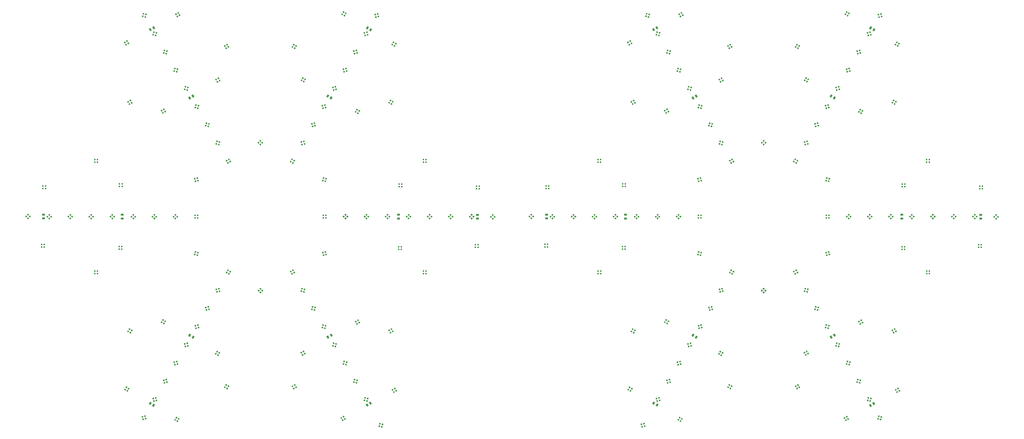
<source format=gbr>
G04 EAGLE Gerber RS-274X export*
G75*
%MOMM*%
%FSLAX34Y34*%
%LPD*%
%INSolderpaste Bottom*%
%IPPOS*%
%AMOC8*
5,1,8,0,0,1.08239X$1,22.5*%
G01*
%ADD10R,0.550000X0.550000*%
%ADD11R,0.700000X1.000000*%
%ADD12R,0.550000X0.550000*%
%ADD13R,1.000000X0.700000*%


D10*
G36*
X2626224Y707138D02*
X2628974Y711900D01*
X2633736Y709150D01*
X2630986Y704388D01*
X2626224Y707138D01*
G37*
G36*
X2634451Y702388D02*
X2637201Y707150D01*
X2641963Y704400D01*
X2639213Y699638D01*
X2634451Y702388D01*
G37*
G36*
X2639201Y710615D02*
X2641951Y715377D01*
X2646713Y712627D01*
X2643963Y707865D01*
X2639201Y710615D01*
G37*
G36*
X2630974Y715365D02*
X2633724Y720127D01*
X2638486Y717377D01*
X2635736Y712615D01*
X2630974Y715365D01*
G37*
G36*
X2592691Y634137D02*
X2591267Y639449D01*
X2596579Y640873D01*
X2598003Y635561D01*
X2592691Y634137D01*
G37*
G36*
X2601868Y636595D02*
X2600444Y641907D01*
X2605756Y643331D01*
X2607180Y638019D01*
X2601868Y636595D01*
G37*
G36*
X2599409Y645772D02*
X2597985Y651084D01*
X2603297Y652508D01*
X2604721Y647196D01*
X2599409Y645772D01*
G37*
G36*
X2590233Y643313D02*
X2588809Y648625D01*
X2594121Y650049D01*
X2595545Y644737D01*
X2590233Y643313D01*
G37*
G36*
X2554267Y567490D02*
X2552843Y572802D01*
X2558155Y574226D01*
X2559579Y568914D01*
X2554267Y567490D01*
G37*
G36*
X2563443Y569948D02*
X2562019Y575260D01*
X2567331Y576684D01*
X2568755Y571372D01*
X2563443Y569948D01*
G37*
G36*
X2560985Y579125D02*
X2559561Y584437D01*
X2564873Y585861D01*
X2566297Y580549D01*
X2560985Y579125D01*
G37*
G36*
X2551808Y576666D02*
X2550384Y581978D01*
X2555696Y583402D01*
X2557120Y578090D01*
X2551808Y576666D01*
G37*
G36*
X2388334Y525281D02*
X2391084Y530043D01*
X2395846Y527293D01*
X2393096Y522531D01*
X2388334Y525281D01*
G37*
G36*
X2396562Y520531D02*
X2399312Y525293D01*
X2404074Y522543D01*
X2401324Y517781D01*
X2396562Y520531D01*
G37*
G36*
X2401312Y528759D02*
X2404062Y533521D01*
X2408824Y530771D01*
X2406074Y526009D01*
X2401312Y528759D01*
G37*
G36*
X2393084Y533509D02*
X2395834Y538271D01*
X2400596Y535521D01*
X2397846Y530759D01*
X2393084Y533509D01*
G37*
G36*
X2265876Y491491D02*
X2268626Y496253D01*
X2273388Y493503D01*
X2270638Y488741D01*
X2265876Y491491D01*
G37*
G36*
X2274104Y486741D02*
X2276854Y491503D01*
X2281616Y488753D01*
X2278866Y483991D01*
X2274104Y486741D01*
G37*
G36*
X2278854Y494968D02*
X2281604Y499730D01*
X2286366Y496980D01*
X2283616Y492218D01*
X2278854Y494968D01*
G37*
G36*
X2270626Y499718D02*
X2273376Y504480D01*
X2278138Y501730D01*
X2275388Y496968D01*
X2270626Y499718D01*
G37*
G36*
X2599478Y401982D02*
X2594716Y404732D01*
X2597466Y409494D01*
X2602228Y406744D01*
X2599478Y401982D01*
G37*
G36*
X2604228Y410209D02*
X2599466Y412959D01*
X2602216Y417721D01*
X2606978Y414971D01*
X2604228Y410209D01*
G37*
G36*
X2596001Y414959D02*
X2591239Y417709D01*
X2593989Y422471D01*
X2598751Y419721D01*
X2596001Y414959D01*
G37*
G36*
X2591251Y406732D02*
X2586489Y409482D01*
X2589239Y414244D01*
X2594001Y411494D01*
X2591251Y406732D01*
G37*
D11*
G36*
X2494356Y484628D02*
X2500418Y481128D01*
X2495418Y472468D01*
X2489356Y475968D01*
X2494356Y484628D01*
G37*
G36*
X2506481Y477628D02*
X2512543Y474128D01*
X2507543Y465468D01*
X2501481Y468968D01*
X2506481Y477628D01*
G37*
D10*
G36*
X2632701Y279959D02*
X2627939Y282709D01*
X2630689Y287471D01*
X2635451Y284721D01*
X2632701Y279959D01*
G37*
G36*
X2637451Y288186D02*
X2632689Y290936D01*
X2635439Y295698D01*
X2640201Y292948D01*
X2637451Y288186D01*
G37*
G36*
X2629224Y292936D02*
X2624462Y295686D01*
X2627212Y300448D01*
X2631974Y297698D01*
X2629224Y292936D01*
G37*
G36*
X2624474Y284709D02*
X2619712Y287459D01*
X2622462Y292221D01*
X2627224Y289471D01*
X2624474Y284709D01*
G37*
G36*
X2515805Y500909D02*
X2514381Y506221D01*
X2519693Y507645D01*
X2521117Y502333D01*
X2515805Y500909D01*
G37*
G36*
X2524981Y503367D02*
X2523557Y508679D01*
X2528869Y510103D01*
X2530293Y504791D01*
X2524981Y503367D01*
G37*
G36*
X2522522Y512544D02*
X2521098Y517856D01*
X2526410Y519280D01*
X2527834Y513968D01*
X2522522Y512544D01*
G37*
G36*
X2513346Y510085D02*
X2511922Y515397D01*
X2517234Y516821D01*
X2518658Y511509D01*
X2513346Y510085D01*
G37*
G36*
X2477244Y434298D02*
X2475820Y439610D01*
X2481132Y441034D01*
X2482556Y435722D01*
X2477244Y434298D01*
G37*
G36*
X2486420Y436757D02*
X2484996Y442069D01*
X2490308Y443493D01*
X2491732Y438181D01*
X2486420Y436757D01*
G37*
G36*
X2483961Y445933D02*
X2482537Y451245D01*
X2487849Y452669D01*
X2489273Y447357D01*
X2483961Y445933D01*
G37*
G36*
X2474785Y443474D02*
X2473361Y448786D01*
X2478673Y450210D01*
X2480097Y444898D01*
X2474785Y443474D01*
G37*
G36*
X2438869Y367564D02*
X2437445Y372876D01*
X2442757Y374300D01*
X2444181Y368988D01*
X2438869Y367564D01*
G37*
G36*
X2448046Y370023D02*
X2446622Y375335D01*
X2451934Y376759D01*
X2453358Y371447D01*
X2448046Y370023D01*
G37*
G36*
X2445587Y379200D02*
X2444163Y384512D01*
X2449475Y385936D01*
X2450899Y380624D01*
X2445587Y379200D01*
G37*
G36*
X2436410Y376741D02*
X2434986Y382053D01*
X2440298Y383477D01*
X2441722Y378165D01*
X2436410Y376741D01*
G37*
G36*
X2400345Y301091D02*
X2398921Y306403D01*
X2404233Y307827D01*
X2405657Y302515D01*
X2400345Y301091D01*
G37*
G36*
X2409521Y303549D02*
X2408097Y308861D01*
X2413409Y310285D01*
X2414833Y304973D01*
X2409521Y303549D01*
G37*
G36*
X2407062Y312726D02*
X2405638Y318038D01*
X2410950Y319462D01*
X2412374Y314150D01*
X2407062Y312726D01*
G37*
G36*
X2397886Y310267D02*
X2396462Y315579D01*
X2401774Y317003D01*
X2403198Y311691D01*
X2397886Y310267D01*
G37*
G36*
X2254563Y278712D02*
X2257313Y283474D01*
X2262075Y280724D01*
X2259325Y275962D01*
X2254563Y278712D01*
G37*
G36*
X2262790Y273962D02*
X2265540Y278724D01*
X2270302Y275974D01*
X2267552Y271212D01*
X2262790Y273962D01*
G37*
G36*
X2267540Y282190D02*
X2270290Y286952D01*
X2275052Y284202D01*
X2272302Y279440D01*
X2267540Y282190D01*
G37*
G36*
X2259313Y286940D02*
X2262063Y291702D01*
X2266825Y288952D01*
X2264075Y284190D01*
X2259313Y286940D01*
G37*
G36*
X2450689Y160492D02*
X2445927Y163242D01*
X2448677Y168004D01*
X2453439Y165254D01*
X2450689Y160492D01*
G37*
G36*
X2455439Y168720D02*
X2450677Y171470D01*
X2453427Y176232D01*
X2458189Y173482D01*
X2455439Y168720D01*
G37*
G36*
X2447212Y173470D02*
X2442450Y176220D01*
X2445200Y180982D01*
X2449962Y178232D01*
X2447212Y173470D01*
G37*
G36*
X2442462Y165242D02*
X2437700Y167992D01*
X2440450Y172754D01*
X2445212Y170004D01*
X2442462Y165242D01*
G37*
G36*
X2362013Y234483D02*
X2360589Y239795D01*
X2365901Y241219D01*
X2367325Y235907D01*
X2362013Y234483D01*
G37*
G36*
X2371189Y236942D02*
X2369765Y242254D01*
X2375077Y243678D01*
X2376501Y238366D01*
X2371189Y236942D01*
G37*
G36*
X2368731Y246118D02*
X2367307Y251430D01*
X2372619Y252854D01*
X2374043Y247542D01*
X2368731Y246118D01*
G37*
G36*
X2359554Y243660D02*
X2358130Y248972D01*
X2363442Y250396D01*
X2364866Y245084D01*
X2359554Y243660D01*
G37*
D11*
G36*
X2350811Y236317D02*
X2356873Y232817D01*
X2351873Y224157D01*
X2345811Y227657D01*
X2350811Y236317D01*
G37*
G36*
X2362935Y229317D02*
X2368997Y225817D01*
X2363997Y217157D01*
X2357935Y220657D01*
X2362935Y229317D01*
G37*
D10*
G36*
X2513922Y786766D02*
X2519234Y785342D01*
X2517810Y780030D01*
X2512498Y781454D01*
X2513922Y786766D01*
G37*
G36*
X2511464Y777590D02*
X2516776Y776166D01*
X2515352Y770854D01*
X2510040Y772278D01*
X2511464Y777590D01*
G37*
G36*
X2520640Y775131D02*
X2525952Y773707D01*
X2524528Y768395D01*
X2519216Y769819D01*
X2520640Y775131D01*
G37*
G36*
X2523099Y784308D02*
X2528411Y782884D01*
X2526987Y777572D01*
X2521675Y778996D01*
X2523099Y784308D01*
G37*
D12*
X2514457Y917546D03*
X2514457Y908046D03*
X2523957Y908046D03*
X2523957Y917546D03*
D10*
G36*
X2431721Y912836D02*
X2435610Y916725D01*
X2439499Y912836D01*
X2435610Y908947D01*
X2431721Y912836D01*
G37*
G36*
X2438438Y906118D02*
X2442327Y910007D01*
X2446216Y906118D01*
X2442327Y902229D01*
X2438438Y906118D01*
G37*
G36*
X2445156Y912836D02*
X2449045Y916725D01*
X2452934Y912836D01*
X2449045Y908947D01*
X2445156Y912836D01*
G37*
G36*
X2438438Y919553D02*
X2442327Y923442D01*
X2446216Y919553D01*
X2442327Y915664D01*
X2438438Y919553D01*
G37*
G36*
X2354790Y912788D02*
X2358679Y916677D01*
X2362568Y912788D01*
X2358679Y908899D01*
X2354790Y912788D01*
G37*
G36*
X2361508Y906071D02*
X2365397Y909960D01*
X2369286Y906071D01*
X2365397Y902182D01*
X2361508Y906071D01*
G37*
G36*
X2368225Y912788D02*
X2372114Y916677D01*
X2376003Y912788D01*
X2372114Y908899D01*
X2368225Y912788D01*
G37*
G36*
X2361508Y919506D02*
X2365397Y923395D01*
X2369286Y919506D01*
X2365397Y915617D01*
X2361508Y919506D01*
G37*
D12*
X2238020Y1032636D03*
X2238020Y1023136D03*
X2247520Y1023136D03*
X2247520Y1032636D03*
X2147528Y1121793D03*
X2147528Y1112293D03*
X2157028Y1112293D03*
X2157028Y1121793D03*
X2236812Y793630D03*
X2246312Y793630D03*
X2246312Y803130D03*
X2236812Y803130D03*
D13*
X2248075Y919742D03*
X2248075Y905742D03*
D12*
X2147748Y703846D03*
X2157248Y703846D03*
X2157248Y713346D03*
X2147748Y713346D03*
D10*
G36*
X2277898Y912808D02*
X2281787Y916697D01*
X2285676Y912808D01*
X2281787Y908919D01*
X2277898Y912808D01*
G37*
G36*
X2284616Y906090D02*
X2288505Y909979D01*
X2292394Y906090D01*
X2288505Y902201D01*
X2284616Y906090D01*
G37*
G36*
X2291333Y912808D02*
X2295222Y916697D01*
X2299111Y912808D01*
X2295222Y908919D01*
X2291333Y912808D01*
G37*
G36*
X2284616Y919525D02*
X2288505Y923414D01*
X2292394Y919525D01*
X2288505Y915636D01*
X2284616Y919525D01*
G37*
G36*
X2200931Y912897D02*
X2204820Y916786D01*
X2208709Y912897D01*
X2204820Y909008D01*
X2200931Y912897D01*
G37*
G36*
X2207649Y906180D02*
X2211538Y910069D01*
X2215427Y906180D01*
X2211538Y902291D01*
X2207649Y906180D01*
G37*
G36*
X2214366Y912897D02*
X2218255Y916786D01*
X2222144Y912897D01*
X2218255Y909008D01*
X2214366Y912897D01*
G37*
G36*
X2207649Y919615D02*
X2211538Y923504D01*
X2215427Y919615D01*
X2211538Y915726D01*
X2207649Y919615D01*
G37*
G36*
X2123951Y912763D02*
X2127840Y916652D01*
X2131729Y912763D01*
X2127840Y908874D01*
X2123951Y912763D01*
G37*
G36*
X2130669Y906046D02*
X2134558Y909935D01*
X2138447Y906046D01*
X2134558Y902157D01*
X2130669Y906046D01*
G37*
G36*
X2137386Y912763D02*
X2141275Y916652D01*
X2145164Y912763D01*
X2141275Y908874D01*
X2137386Y912763D01*
G37*
G36*
X2130669Y919481D02*
X2134558Y923370D01*
X2138447Y919481D01*
X2134558Y915592D01*
X2130669Y919481D01*
G37*
G36*
X2047121Y912889D02*
X2051010Y916778D01*
X2054899Y912889D01*
X2051010Y909000D01*
X2047121Y912889D01*
G37*
G36*
X2053838Y906172D02*
X2057727Y910061D01*
X2061616Y906172D01*
X2057727Y902283D01*
X2053838Y906172D01*
G37*
G36*
X2060556Y912889D02*
X2064445Y916778D01*
X2068334Y912889D01*
X2064445Y909000D01*
X2060556Y912889D01*
G37*
G36*
X2053838Y919607D02*
X2057727Y923496D01*
X2061616Y919607D01*
X2057727Y915718D01*
X2053838Y919607D01*
G37*
D12*
X1957599Y1025201D03*
X1957599Y1015701D03*
X1967099Y1015701D03*
X1967099Y1025201D03*
X1953281Y801740D03*
X1962781Y801740D03*
X1962781Y811240D03*
X1953281Y811240D03*
D10*
G36*
X1970271Y912782D02*
X1974160Y916671D01*
X1978049Y912782D01*
X1974160Y908893D01*
X1970271Y912782D01*
G37*
G36*
X1976989Y906065D02*
X1980878Y909954D01*
X1984767Y906065D01*
X1980878Y902176D01*
X1976989Y906065D01*
G37*
G36*
X1983706Y912782D02*
X1987595Y916671D01*
X1991484Y912782D01*
X1987595Y908893D01*
X1983706Y912782D01*
G37*
G36*
X1976989Y919500D02*
X1980878Y923389D01*
X1984767Y919500D01*
X1980878Y915611D01*
X1976989Y919500D01*
G37*
D13*
X1959669Y920253D03*
X1959669Y906253D03*
D10*
G36*
X1892688Y913516D02*
X1896577Y917405D01*
X1900466Y913516D01*
X1896577Y909627D01*
X1892688Y913516D01*
G37*
G36*
X1899405Y906798D02*
X1903294Y910687D01*
X1907183Y906798D01*
X1903294Y902909D01*
X1899405Y906798D01*
G37*
G36*
X1906123Y913516D02*
X1910012Y917405D01*
X1913901Y913516D01*
X1910012Y909627D01*
X1906123Y913516D01*
G37*
G36*
X1899405Y920233D02*
X1903294Y924122D01*
X1907183Y920233D01*
X1903294Y916344D01*
X1899405Y920233D01*
G37*
G36*
X2524517Y1057366D02*
X2525941Y1052054D01*
X2520629Y1050630D01*
X2519205Y1055942D01*
X2524517Y1057366D01*
G37*
G36*
X2515340Y1054908D02*
X2516764Y1049596D01*
X2511452Y1048172D01*
X2510028Y1053484D01*
X2515340Y1054908D01*
G37*
G36*
X2517799Y1045731D02*
X2519223Y1040419D01*
X2513911Y1038995D01*
X2512487Y1044307D01*
X2517799Y1045731D01*
G37*
G36*
X2526976Y1048190D02*
X2528400Y1042878D01*
X2523088Y1041454D01*
X2521664Y1046766D01*
X2526976Y1048190D01*
G37*
G36*
X2639049Y1126049D02*
X2641799Y1121287D01*
X2637037Y1118537D01*
X2634287Y1123299D01*
X2639049Y1126049D01*
G37*
G36*
X2630822Y1121299D02*
X2633572Y1116537D01*
X2628810Y1113787D01*
X2626060Y1118549D01*
X2630822Y1121299D01*
G37*
G36*
X2635572Y1113071D02*
X2638322Y1108309D01*
X2633560Y1105559D01*
X2630810Y1110321D01*
X2635572Y1113071D01*
G37*
G36*
X2643799Y1117821D02*
X2646549Y1113059D01*
X2641787Y1110309D01*
X2639037Y1115071D01*
X2643799Y1117821D01*
G37*
G36*
X2592596Y1191589D02*
X2597908Y1190165D01*
X2596484Y1184853D01*
X2591172Y1186277D01*
X2592596Y1191589D01*
G37*
G36*
X2590137Y1182413D02*
X2595449Y1180989D01*
X2594025Y1175677D01*
X2588713Y1177101D01*
X2590137Y1182413D01*
G37*
G36*
X2599314Y1179954D02*
X2604626Y1178530D01*
X2603202Y1173218D01*
X2597890Y1174642D01*
X2599314Y1179954D01*
G37*
G36*
X2601772Y1189131D02*
X2607084Y1187707D01*
X2605660Y1182395D01*
X2600348Y1183819D01*
X2601772Y1189131D01*
G37*
G36*
X2554090Y1258189D02*
X2559402Y1256765D01*
X2557978Y1251453D01*
X2552666Y1252877D01*
X2554090Y1258189D01*
G37*
G36*
X2551631Y1249013D02*
X2556943Y1247589D01*
X2555519Y1242277D01*
X2550207Y1243701D01*
X2551631Y1249013D01*
G37*
G36*
X2560808Y1246554D02*
X2566120Y1245130D01*
X2564696Y1239818D01*
X2559384Y1241242D01*
X2560808Y1246554D01*
G37*
G36*
X2563267Y1255731D02*
X2568579Y1254307D01*
X2567155Y1248995D01*
X2561843Y1250419D01*
X2563267Y1255731D01*
G37*
G36*
X2600502Y1422995D02*
X2603252Y1418233D01*
X2598490Y1415483D01*
X2595740Y1420245D01*
X2600502Y1422995D01*
G37*
G36*
X2592274Y1418245D02*
X2595024Y1413483D01*
X2590262Y1410733D01*
X2587512Y1415495D01*
X2592274Y1418245D01*
G37*
G36*
X2597024Y1410018D02*
X2599774Y1405256D01*
X2595012Y1402506D01*
X2592262Y1407268D01*
X2597024Y1410018D01*
G37*
G36*
X2605252Y1414768D02*
X2608002Y1410006D01*
X2603240Y1407256D01*
X2600490Y1412018D01*
X2605252Y1414768D01*
G37*
G36*
X2632468Y1545942D02*
X2635218Y1541180D01*
X2630456Y1538430D01*
X2627706Y1543192D01*
X2632468Y1545942D01*
G37*
G36*
X2624240Y1541192D02*
X2626990Y1536430D01*
X2622228Y1533680D01*
X2619478Y1538442D01*
X2624240Y1541192D01*
G37*
G36*
X2628990Y1532965D02*
X2631740Y1528203D01*
X2626978Y1525453D01*
X2624228Y1530215D01*
X2628990Y1532965D01*
G37*
G36*
X2637218Y1537715D02*
X2639968Y1532953D01*
X2635206Y1530203D01*
X2632456Y1534965D01*
X2637218Y1537715D01*
G37*
G36*
X2388150Y1301788D02*
X2392912Y1304538D01*
X2395662Y1299776D01*
X2390900Y1297026D01*
X2388150Y1301788D01*
G37*
G36*
X2392900Y1293561D02*
X2397662Y1296311D01*
X2400412Y1291549D01*
X2395650Y1288799D01*
X2392900Y1293561D01*
G37*
G36*
X2401127Y1298311D02*
X2405889Y1301061D01*
X2408639Y1296299D01*
X2403877Y1293549D01*
X2401127Y1298311D01*
G37*
G36*
X2396377Y1306538D02*
X2401139Y1309288D01*
X2403889Y1304526D01*
X2399127Y1301776D01*
X2396377Y1306538D01*
G37*
D11*
G36*
X2512284Y1351505D02*
X2506222Y1348005D01*
X2501222Y1356665D01*
X2507284Y1360165D01*
X2512284Y1351505D01*
G37*
G36*
X2500160Y1344505D02*
X2494098Y1341005D01*
X2489098Y1349665D01*
X2495160Y1353165D01*
X2500160Y1344505D01*
G37*
D10*
G36*
X2265863Y1334028D02*
X2270625Y1336778D01*
X2273375Y1332016D01*
X2268613Y1329266D01*
X2265863Y1334028D01*
G37*
G36*
X2270613Y1325801D02*
X2275375Y1328551D01*
X2278125Y1323789D01*
X2273363Y1321039D01*
X2270613Y1325801D01*
G37*
G36*
X2278840Y1330551D02*
X2283602Y1333301D01*
X2286352Y1328539D01*
X2281590Y1325789D01*
X2278840Y1330551D01*
G37*
G36*
X2274090Y1338778D02*
X2278852Y1341528D01*
X2281602Y1336766D01*
X2276840Y1334016D01*
X2274090Y1338778D01*
G37*
G36*
X2515661Y1324789D02*
X2520973Y1323365D01*
X2519549Y1318053D01*
X2514237Y1319477D01*
X2515661Y1324789D01*
G37*
G36*
X2513202Y1315613D02*
X2518514Y1314189D01*
X2517090Y1308877D01*
X2511778Y1310301D01*
X2513202Y1315613D01*
G37*
G36*
X2522378Y1313154D02*
X2527690Y1311730D01*
X2526266Y1306418D01*
X2520954Y1307842D01*
X2522378Y1313154D01*
G37*
G36*
X2524837Y1322331D02*
X2530149Y1320907D01*
X2528725Y1315595D01*
X2523413Y1317019D01*
X2524837Y1322331D01*
G37*
G36*
X2477255Y1391489D02*
X2482567Y1390065D01*
X2481143Y1384753D01*
X2475831Y1386177D01*
X2477255Y1391489D01*
G37*
G36*
X2474796Y1382313D02*
X2480108Y1380889D01*
X2478684Y1375577D01*
X2473372Y1377001D01*
X2474796Y1382313D01*
G37*
G36*
X2483972Y1379854D02*
X2489284Y1378430D01*
X2487860Y1373118D01*
X2482548Y1374542D01*
X2483972Y1379854D01*
G37*
G36*
X2486431Y1389031D02*
X2491743Y1387607D01*
X2490319Y1382295D01*
X2485007Y1383719D01*
X2486431Y1389031D01*
G37*
G36*
X2438649Y1458089D02*
X2443961Y1456665D01*
X2442537Y1451353D01*
X2437225Y1452777D01*
X2438649Y1458089D01*
G37*
G36*
X2436190Y1448913D02*
X2441502Y1447489D01*
X2440078Y1442177D01*
X2434766Y1443601D01*
X2436190Y1448913D01*
G37*
G36*
X2445366Y1446454D02*
X2450678Y1445030D01*
X2449254Y1439718D01*
X2443942Y1441142D01*
X2445366Y1446454D01*
G37*
G36*
X2447825Y1455631D02*
X2453137Y1454207D01*
X2451713Y1448895D01*
X2446401Y1450319D01*
X2447825Y1455631D01*
G37*
G36*
X2400343Y1524689D02*
X2405655Y1523265D01*
X2404231Y1517953D01*
X2398919Y1519377D01*
X2400343Y1524689D01*
G37*
G36*
X2397884Y1515513D02*
X2403196Y1514089D01*
X2401772Y1508777D01*
X2396460Y1510201D01*
X2397884Y1515513D01*
G37*
G36*
X2407061Y1513054D02*
X2412373Y1511630D01*
X2410949Y1506318D01*
X2405637Y1507742D01*
X2407061Y1513054D01*
G37*
G36*
X2409519Y1522231D02*
X2414831Y1520807D01*
X2413407Y1515495D01*
X2408095Y1516919D01*
X2409519Y1522231D01*
G37*
G36*
X2453852Y1662129D02*
X2456602Y1657367D01*
X2451840Y1654617D01*
X2449090Y1659379D01*
X2453852Y1662129D01*
G37*
G36*
X2445625Y1657379D02*
X2448375Y1652617D01*
X2443613Y1649867D01*
X2440863Y1654629D01*
X2445625Y1657379D01*
G37*
G36*
X2450375Y1649152D02*
X2453125Y1644390D01*
X2448363Y1641640D01*
X2445613Y1646402D01*
X2450375Y1649152D01*
G37*
G36*
X2458602Y1653902D02*
X2461352Y1649140D01*
X2456590Y1646390D01*
X2453840Y1651152D01*
X2458602Y1653902D01*
G37*
G36*
X2253409Y1551388D02*
X2258171Y1554138D01*
X2260921Y1549376D01*
X2256159Y1546626D01*
X2253409Y1551388D01*
G37*
G36*
X2258159Y1543161D02*
X2262921Y1545911D01*
X2265671Y1541149D01*
X2260909Y1538399D01*
X2258159Y1543161D01*
G37*
G36*
X2266386Y1547911D02*
X2271148Y1550661D01*
X2273898Y1545899D01*
X2269136Y1543149D01*
X2266386Y1547911D01*
G37*
G36*
X2261636Y1556138D02*
X2266398Y1558888D01*
X2269148Y1554126D01*
X2264386Y1551376D01*
X2261636Y1556138D01*
G37*
G36*
X2361825Y1591189D02*
X2367137Y1589765D01*
X2365713Y1584453D01*
X2360401Y1585877D01*
X2361825Y1591189D01*
G37*
G36*
X2359366Y1582013D02*
X2364678Y1580589D01*
X2363254Y1575277D01*
X2357942Y1576701D01*
X2359366Y1582013D01*
G37*
G36*
X2368543Y1579554D02*
X2373855Y1578130D01*
X2372431Y1572818D01*
X2367119Y1574242D01*
X2368543Y1579554D01*
G37*
G36*
X2371002Y1588731D02*
X2376314Y1587307D01*
X2374890Y1581995D01*
X2369578Y1583419D01*
X2371002Y1588731D01*
G37*
D11*
G36*
X2368525Y1601526D02*
X2362463Y1598026D01*
X2357463Y1606686D01*
X2363525Y1610186D01*
X2368525Y1601526D01*
G37*
G36*
X2356400Y1594526D02*
X2350338Y1591026D01*
X2345338Y1599686D01*
X2351400Y1603186D01*
X2356400Y1594526D01*
G37*
D10*
G36*
X2323669Y1658746D02*
X2328981Y1657322D01*
X2327557Y1652010D01*
X2322245Y1653434D01*
X2323669Y1658746D01*
G37*
G36*
X2321210Y1649569D02*
X2326522Y1648145D01*
X2325098Y1642833D01*
X2319786Y1644257D01*
X2321210Y1649569D01*
G37*
G36*
X2330386Y1647111D02*
X2335698Y1645687D01*
X2334274Y1640375D01*
X2328962Y1641799D01*
X2330386Y1647111D01*
G37*
G36*
X2332845Y1656287D02*
X2338157Y1654863D01*
X2336733Y1649551D01*
X2331421Y1650975D01*
X2332845Y1656287D01*
G37*
G36*
X2764161Y1183491D02*
X2760272Y1179602D01*
X2756383Y1183491D01*
X2760272Y1187380D01*
X2764161Y1183491D01*
G37*
G36*
X2757444Y1190208D02*
X2753555Y1186319D01*
X2749666Y1190208D01*
X2753555Y1194097D01*
X2757444Y1190208D01*
G37*
G36*
X2750726Y1183491D02*
X2746837Y1179602D01*
X2742948Y1183491D01*
X2746837Y1187380D01*
X2750726Y1183491D01*
G37*
G36*
X2757444Y1176773D02*
X2753555Y1172884D01*
X2749666Y1176773D01*
X2753555Y1180662D01*
X2757444Y1176773D01*
G37*
G36*
X2880908Y1118643D02*
X2878158Y1113881D01*
X2873396Y1116631D01*
X2876146Y1121393D01*
X2880908Y1118643D01*
G37*
G36*
X2872681Y1123393D02*
X2869931Y1118631D01*
X2865169Y1121381D01*
X2867919Y1126143D01*
X2872681Y1123393D01*
G37*
G36*
X2867931Y1115166D02*
X2865181Y1110404D01*
X2860419Y1113154D01*
X2863169Y1117916D01*
X2867931Y1115166D01*
G37*
G36*
X2876158Y1110416D02*
X2873408Y1105654D01*
X2868646Y1108404D01*
X2871396Y1113166D01*
X2876158Y1110416D01*
G37*
G36*
X2914441Y1191644D02*
X2915865Y1186332D01*
X2910553Y1184908D01*
X2909129Y1190220D01*
X2914441Y1191644D01*
G37*
G36*
X2905264Y1189186D02*
X2906688Y1183874D01*
X2901376Y1182450D01*
X2899952Y1187762D01*
X2905264Y1189186D01*
G37*
G36*
X2907723Y1180009D02*
X2909147Y1174697D01*
X2903835Y1173273D01*
X2902411Y1178585D01*
X2907723Y1180009D01*
G37*
G36*
X2916899Y1182468D02*
X2918323Y1177156D01*
X2913011Y1175732D01*
X2911587Y1181044D01*
X2916899Y1182468D01*
G37*
G36*
X2952865Y1258292D02*
X2954289Y1252980D01*
X2948977Y1251556D01*
X2947553Y1256868D01*
X2952865Y1258292D01*
G37*
G36*
X2943689Y1255833D02*
X2945113Y1250521D01*
X2939801Y1249097D01*
X2938377Y1254409D01*
X2943689Y1255833D01*
G37*
G36*
X2946147Y1246656D02*
X2947571Y1241344D01*
X2942259Y1239920D01*
X2940835Y1245232D01*
X2946147Y1246656D01*
G37*
G36*
X2955324Y1249115D02*
X2956748Y1243803D01*
X2951436Y1242379D01*
X2950012Y1247691D01*
X2955324Y1249115D01*
G37*
G36*
X3118798Y1300500D02*
X3116048Y1295738D01*
X3111286Y1298488D01*
X3114036Y1303250D01*
X3118798Y1300500D01*
G37*
G36*
X3110570Y1305250D02*
X3107820Y1300488D01*
X3103058Y1303238D01*
X3105808Y1308000D01*
X3110570Y1305250D01*
G37*
G36*
X3105820Y1297023D02*
X3103070Y1292261D01*
X3098308Y1295011D01*
X3101058Y1299773D01*
X3105820Y1297023D01*
G37*
G36*
X3114048Y1292273D02*
X3111298Y1287511D01*
X3106536Y1290261D01*
X3109286Y1295023D01*
X3114048Y1292273D01*
G37*
G36*
X3241256Y1334290D02*
X3238506Y1329528D01*
X3233744Y1332278D01*
X3236494Y1337040D01*
X3241256Y1334290D01*
G37*
G36*
X3233028Y1339040D02*
X3230278Y1334278D01*
X3225516Y1337028D01*
X3228266Y1341790D01*
X3233028Y1339040D01*
G37*
G36*
X3228278Y1330813D02*
X3225528Y1326051D01*
X3220766Y1328801D01*
X3223516Y1333563D01*
X3228278Y1330813D01*
G37*
G36*
X3236506Y1326063D02*
X3233756Y1321301D01*
X3228994Y1324051D01*
X3231744Y1328813D01*
X3236506Y1326063D01*
G37*
G36*
X2907654Y1423799D02*
X2912416Y1421049D01*
X2909666Y1416287D01*
X2904904Y1419037D01*
X2907654Y1423799D01*
G37*
G36*
X2902904Y1415572D02*
X2907666Y1412822D01*
X2904916Y1408060D01*
X2900154Y1410810D01*
X2902904Y1415572D01*
G37*
G36*
X2911131Y1410822D02*
X2915893Y1408072D01*
X2913143Y1403310D01*
X2908381Y1406060D01*
X2911131Y1410822D01*
G37*
G36*
X2915881Y1419049D02*
X2920643Y1416299D01*
X2917893Y1411537D01*
X2913131Y1414287D01*
X2915881Y1419049D01*
G37*
D11*
G36*
X3012776Y1341154D02*
X3006714Y1344654D01*
X3011714Y1353314D01*
X3017776Y1349814D01*
X3012776Y1341154D01*
G37*
G36*
X3000652Y1348154D02*
X2994590Y1351654D01*
X2999590Y1360314D01*
X3005652Y1356814D01*
X3000652Y1348154D01*
G37*
D10*
G36*
X2874431Y1545822D02*
X2879193Y1543072D01*
X2876443Y1538310D01*
X2871681Y1541060D01*
X2874431Y1545822D01*
G37*
G36*
X2869681Y1537595D02*
X2874443Y1534845D01*
X2871693Y1530083D01*
X2866931Y1532833D01*
X2869681Y1537595D01*
G37*
G36*
X2877908Y1532845D02*
X2882670Y1530095D01*
X2879920Y1525333D01*
X2875158Y1528083D01*
X2877908Y1532845D01*
G37*
G36*
X2882658Y1541072D02*
X2887420Y1538322D01*
X2884670Y1533560D01*
X2879908Y1536310D01*
X2882658Y1541072D01*
G37*
G36*
X2991328Y1324872D02*
X2992752Y1319560D01*
X2987440Y1318136D01*
X2986016Y1323448D01*
X2991328Y1324872D01*
G37*
G36*
X2982151Y1322414D02*
X2983575Y1317102D01*
X2978263Y1315678D01*
X2976839Y1320990D01*
X2982151Y1322414D01*
G37*
G36*
X2984610Y1313237D02*
X2986034Y1307925D01*
X2980722Y1306501D01*
X2979298Y1311813D01*
X2984610Y1313237D01*
G37*
G36*
X2993786Y1315696D02*
X2995210Y1310384D01*
X2989898Y1308960D01*
X2988474Y1314272D01*
X2993786Y1315696D01*
G37*
G36*
X3029888Y1391483D02*
X3031312Y1386171D01*
X3026000Y1384747D01*
X3024576Y1390059D01*
X3029888Y1391483D01*
G37*
G36*
X3020712Y1389024D02*
X3022136Y1383712D01*
X3016824Y1382288D01*
X3015400Y1387600D01*
X3020712Y1389024D01*
G37*
G36*
X3023171Y1379848D02*
X3024595Y1374536D01*
X3019283Y1373112D01*
X3017859Y1378424D01*
X3023171Y1379848D01*
G37*
G36*
X3032347Y1382307D02*
X3033771Y1376995D01*
X3028459Y1375571D01*
X3027035Y1380883D01*
X3032347Y1382307D01*
G37*
G36*
X3068263Y1458217D02*
X3069687Y1452905D01*
X3064375Y1451481D01*
X3062951Y1456793D01*
X3068263Y1458217D01*
G37*
G36*
X3059086Y1455758D02*
X3060510Y1450446D01*
X3055198Y1449022D01*
X3053774Y1454334D01*
X3059086Y1455758D01*
G37*
G36*
X3061545Y1446582D02*
X3062969Y1441270D01*
X3057657Y1439846D01*
X3056233Y1445158D01*
X3061545Y1446582D01*
G37*
G36*
X3070722Y1449040D02*
X3072146Y1443728D01*
X3066834Y1442304D01*
X3065410Y1447616D01*
X3070722Y1449040D01*
G37*
G36*
X3106787Y1524691D02*
X3108211Y1519379D01*
X3102899Y1517955D01*
X3101475Y1523267D01*
X3106787Y1524691D01*
G37*
G36*
X3097611Y1522232D02*
X3099035Y1516920D01*
X3093723Y1515496D01*
X3092299Y1520808D01*
X3097611Y1522232D01*
G37*
G36*
X3100070Y1513055D02*
X3101494Y1507743D01*
X3096182Y1506319D01*
X3094758Y1511631D01*
X3100070Y1513055D01*
G37*
G36*
X3109246Y1515514D02*
X3110670Y1510202D01*
X3105358Y1508778D01*
X3103934Y1514090D01*
X3109246Y1515514D01*
G37*
G36*
X3252569Y1547069D02*
X3249819Y1542307D01*
X3245057Y1545057D01*
X3247807Y1549819D01*
X3252569Y1547069D01*
G37*
G36*
X3244342Y1551819D02*
X3241592Y1547057D01*
X3236830Y1549807D01*
X3239580Y1554569D01*
X3244342Y1551819D01*
G37*
G36*
X3239592Y1543591D02*
X3236842Y1538829D01*
X3232080Y1541579D01*
X3234830Y1546341D01*
X3239592Y1543591D01*
G37*
G36*
X3247819Y1538841D02*
X3245069Y1534079D01*
X3240307Y1536829D01*
X3243057Y1541591D01*
X3247819Y1538841D01*
G37*
G36*
X3056443Y1665289D02*
X3061205Y1662539D01*
X3058455Y1657777D01*
X3053693Y1660527D01*
X3056443Y1665289D01*
G37*
G36*
X3051693Y1657061D02*
X3056455Y1654311D01*
X3053705Y1649549D01*
X3048943Y1652299D01*
X3051693Y1657061D01*
G37*
G36*
X3059921Y1652311D02*
X3064683Y1649561D01*
X3061933Y1644799D01*
X3057171Y1647549D01*
X3059921Y1652311D01*
G37*
G36*
X3064671Y1660539D02*
X3069433Y1657789D01*
X3066683Y1653027D01*
X3061921Y1655777D01*
X3064671Y1660539D01*
G37*
G36*
X3145119Y1591298D02*
X3146543Y1585986D01*
X3141231Y1584562D01*
X3139807Y1589874D01*
X3145119Y1591298D01*
G37*
G36*
X3135943Y1588839D02*
X3137367Y1583527D01*
X3132055Y1582103D01*
X3130631Y1587415D01*
X3135943Y1588839D01*
G37*
G36*
X3138401Y1579663D02*
X3139825Y1574351D01*
X3134513Y1572927D01*
X3133089Y1578239D01*
X3138401Y1579663D01*
G37*
G36*
X3147578Y1582122D02*
X3149002Y1576810D01*
X3143690Y1575386D01*
X3142266Y1580698D01*
X3147578Y1582122D01*
G37*
D11*
G36*
X3157421Y1590664D02*
X3151359Y1594164D01*
X3156359Y1602824D01*
X3162421Y1599324D01*
X3157421Y1590664D01*
G37*
G36*
X3145297Y1597664D02*
X3139235Y1601164D01*
X3144235Y1609824D01*
X3150297Y1606324D01*
X3145297Y1597664D01*
G37*
D10*
G36*
X3184546Y1658121D02*
X3185970Y1652809D01*
X3180658Y1651385D01*
X3179234Y1656697D01*
X3184546Y1658121D01*
G37*
G36*
X3175370Y1655662D02*
X3176794Y1650350D01*
X3171482Y1648926D01*
X3170058Y1654238D01*
X3175370Y1655662D01*
G37*
G36*
X3177829Y1646486D02*
X3179253Y1641174D01*
X3173941Y1639750D01*
X3172517Y1645062D01*
X3177829Y1646486D01*
G37*
G36*
X3187005Y1648944D02*
X3188429Y1643632D01*
X3183117Y1642208D01*
X3181693Y1647520D01*
X3187005Y1648944D01*
G37*
G36*
X2993210Y1039015D02*
X2987898Y1040439D01*
X2989322Y1045751D01*
X2994634Y1044327D01*
X2993210Y1039015D01*
G37*
G36*
X2995668Y1048191D02*
X2990356Y1049615D01*
X2991780Y1054927D01*
X2997092Y1053503D01*
X2995668Y1048191D01*
G37*
G36*
X2986492Y1050650D02*
X2981180Y1052074D01*
X2982604Y1057386D01*
X2987916Y1055962D01*
X2986492Y1050650D01*
G37*
G36*
X2984033Y1041473D02*
X2978721Y1042897D01*
X2980145Y1048209D01*
X2985457Y1046785D01*
X2984033Y1041473D01*
G37*
D12*
X2992675Y908235D03*
X2992675Y917735D03*
X2983175Y917735D03*
X2983175Y908235D03*
D10*
G36*
X3075411Y912946D02*
X3071522Y909057D01*
X3067633Y912946D01*
X3071522Y916835D01*
X3075411Y912946D01*
G37*
G36*
X3068694Y919663D02*
X3064805Y915774D01*
X3060916Y919663D01*
X3064805Y923552D01*
X3068694Y919663D01*
G37*
G36*
X3061976Y912946D02*
X3058087Y909057D01*
X3054198Y912946D01*
X3058087Y916835D01*
X3061976Y912946D01*
G37*
G36*
X3068694Y906228D02*
X3064805Y902339D01*
X3060916Y906228D01*
X3064805Y910117D01*
X3068694Y906228D01*
G37*
G36*
X3152342Y912993D02*
X3148453Y909104D01*
X3144564Y912993D01*
X3148453Y916882D01*
X3152342Y912993D01*
G37*
G36*
X3145624Y919710D02*
X3141735Y915821D01*
X3137846Y919710D01*
X3141735Y923599D01*
X3145624Y919710D01*
G37*
G36*
X3138907Y912993D02*
X3135018Y909104D01*
X3131129Y912993D01*
X3135018Y916882D01*
X3138907Y912993D01*
G37*
G36*
X3145624Y906275D02*
X3141735Y902386D01*
X3137846Y906275D01*
X3141735Y910164D01*
X3145624Y906275D01*
G37*
D12*
X3269112Y793145D03*
X3269112Y802645D03*
X3259612Y802645D03*
X3259612Y793145D03*
X3359604Y703988D03*
X3359604Y713488D03*
X3350104Y713488D03*
X3350104Y703988D03*
X3270320Y1032152D03*
X3260820Y1032152D03*
X3260820Y1022652D03*
X3270320Y1022652D03*
D13*
X3259057Y906040D03*
X3259057Y920040D03*
D12*
X3359384Y1121935D03*
X3349884Y1121935D03*
X3349884Y1112435D03*
X3359384Y1112435D03*
D10*
G36*
X3229234Y912974D02*
X3225345Y909085D01*
X3221456Y912974D01*
X3225345Y916863D01*
X3229234Y912974D01*
G37*
G36*
X3222516Y919691D02*
X3218627Y915802D01*
X3214738Y919691D01*
X3218627Y923580D01*
X3222516Y919691D01*
G37*
G36*
X3215799Y912974D02*
X3211910Y909085D01*
X3208021Y912974D01*
X3211910Y916863D01*
X3215799Y912974D01*
G37*
G36*
X3222516Y906256D02*
X3218627Y902367D01*
X3214738Y906256D01*
X3218627Y910145D01*
X3222516Y906256D01*
G37*
G36*
X3306201Y912884D02*
X3302312Y908995D01*
X3298423Y912884D01*
X3302312Y916773D01*
X3306201Y912884D01*
G37*
G36*
X3299483Y919602D02*
X3295594Y915713D01*
X3291705Y919602D01*
X3295594Y923491D01*
X3299483Y919602D01*
G37*
G36*
X3292766Y912884D02*
X3288877Y908995D01*
X3284988Y912884D01*
X3288877Y916773D01*
X3292766Y912884D01*
G37*
G36*
X3299483Y906167D02*
X3295594Y902278D01*
X3291705Y906167D01*
X3295594Y910056D01*
X3299483Y906167D01*
G37*
G36*
X3383181Y913018D02*
X3379292Y909129D01*
X3375403Y913018D01*
X3379292Y916907D01*
X3383181Y913018D01*
G37*
G36*
X3376463Y919735D02*
X3372574Y915846D01*
X3368685Y919735D01*
X3372574Y923624D01*
X3376463Y919735D01*
G37*
G36*
X3369746Y913018D02*
X3365857Y909129D01*
X3361968Y913018D01*
X3365857Y916907D01*
X3369746Y913018D01*
G37*
G36*
X3376463Y906300D02*
X3372574Y902411D01*
X3368685Y906300D01*
X3372574Y910189D01*
X3376463Y906300D01*
G37*
G36*
X3460011Y912892D02*
X3456122Y909003D01*
X3452233Y912892D01*
X3456122Y916781D01*
X3460011Y912892D01*
G37*
G36*
X3453294Y919609D02*
X3449405Y915720D01*
X3445516Y919609D01*
X3449405Y923498D01*
X3453294Y919609D01*
G37*
G36*
X3446576Y912892D02*
X3442687Y909003D01*
X3438798Y912892D01*
X3442687Y916781D01*
X3446576Y912892D01*
G37*
G36*
X3453294Y906174D02*
X3449405Y902285D01*
X3445516Y906174D01*
X3449405Y910063D01*
X3453294Y906174D01*
G37*
D12*
X3549533Y800580D03*
X3549533Y810080D03*
X3540033Y810080D03*
X3540033Y800580D03*
X3553851Y1024041D03*
X3544351Y1024041D03*
X3544351Y1014541D03*
X3553851Y1014541D03*
D10*
G36*
X3536861Y912999D02*
X3532972Y909110D01*
X3529083Y912999D01*
X3532972Y916888D01*
X3536861Y912999D01*
G37*
G36*
X3530143Y919717D02*
X3526254Y915828D01*
X3522365Y919717D01*
X3526254Y923606D01*
X3530143Y919717D01*
G37*
G36*
X3523426Y912999D02*
X3519537Y909110D01*
X3515648Y912999D01*
X3519537Y916888D01*
X3523426Y912999D01*
G37*
G36*
X3530143Y906282D02*
X3526254Y902393D01*
X3522365Y906282D01*
X3526254Y910171D01*
X3530143Y906282D01*
G37*
D13*
X3547463Y905528D03*
X3547463Y919528D03*
D10*
G36*
X3614444Y912265D02*
X3610555Y908376D01*
X3606666Y912265D01*
X3610555Y916154D01*
X3614444Y912265D01*
G37*
G36*
X3607727Y918983D02*
X3603838Y915094D01*
X3599949Y918983D01*
X3603838Y922872D01*
X3607727Y918983D01*
G37*
G36*
X3601009Y912265D02*
X3597120Y908376D01*
X3593231Y912265D01*
X3597120Y916154D01*
X3601009Y912265D01*
G37*
G36*
X3607727Y905548D02*
X3603838Y901659D01*
X3599949Y905548D01*
X3603838Y909437D01*
X3607727Y905548D01*
G37*
G36*
X2982615Y768415D02*
X2981191Y773727D01*
X2986503Y775151D01*
X2987927Y769839D01*
X2982615Y768415D01*
G37*
G36*
X2991792Y770873D02*
X2990368Y776185D01*
X2995680Y777609D01*
X2997104Y772297D01*
X2991792Y770873D01*
G37*
G36*
X2989333Y780050D02*
X2987909Y785362D01*
X2993221Y786786D01*
X2994645Y781474D01*
X2989333Y780050D01*
G37*
G36*
X2980157Y777591D02*
X2978733Y782903D01*
X2984045Y784327D01*
X2985469Y779015D01*
X2980157Y777591D01*
G37*
G36*
X2868083Y699733D02*
X2865333Y704495D01*
X2870095Y707245D01*
X2872845Y702483D01*
X2868083Y699733D01*
G37*
G36*
X2876310Y704483D02*
X2873560Y709245D01*
X2878322Y711995D01*
X2881072Y707233D01*
X2876310Y704483D01*
G37*
G36*
X2871560Y712710D02*
X2868810Y717472D01*
X2873572Y720222D01*
X2876322Y715460D01*
X2871560Y712710D01*
G37*
G36*
X2863333Y707960D02*
X2860583Y712722D01*
X2865345Y715472D01*
X2868095Y710710D01*
X2863333Y707960D01*
G37*
G36*
X2914536Y634192D02*
X2909224Y635616D01*
X2910648Y640928D01*
X2915960Y639504D01*
X2914536Y634192D01*
G37*
G36*
X2916995Y643368D02*
X2911683Y644792D01*
X2913107Y650104D01*
X2918419Y648680D01*
X2916995Y643368D01*
G37*
G36*
X2907818Y645827D02*
X2902506Y647251D01*
X2903930Y652563D01*
X2909242Y651139D01*
X2907818Y645827D01*
G37*
G36*
X2905360Y636651D02*
X2900048Y638075D01*
X2901472Y643387D01*
X2906784Y641963D01*
X2905360Y636651D01*
G37*
G36*
X2953042Y567592D02*
X2947730Y569016D01*
X2949154Y574328D01*
X2954466Y572904D01*
X2953042Y567592D01*
G37*
G36*
X2955501Y576768D02*
X2950189Y578192D01*
X2951613Y583504D01*
X2956925Y582080D01*
X2955501Y576768D01*
G37*
G36*
X2946324Y579227D02*
X2941012Y580651D01*
X2942436Y585963D01*
X2947748Y584539D01*
X2946324Y579227D01*
G37*
G36*
X2943866Y570050D02*
X2938554Y571474D01*
X2939978Y576786D01*
X2945290Y575362D01*
X2943866Y570050D01*
G37*
G36*
X2906630Y402786D02*
X2903880Y407548D01*
X2908642Y410298D01*
X2911392Y405536D01*
X2906630Y402786D01*
G37*
G36*
X2914858Y407536D02*
X2912108Y412298D01*
X2916870Y415048D01*
X2919620Y410286D01*
X2914858Y407536D01*
G37*
G36*
X2910108Y415763D02*
X2907358Y420525D01*
X2912120Y423275D01*
X2914870Y418513D01*
X2910108Y415763D01*
G37*
G36*
X2901880Y411013D02*
X2899130Y415775D01*
X2903892Y418525D01*
X2906642Y413763D01*
X2901880Y411013D01*
G37*
G36*
X2874665Y279839D02*
X2871915Y284601D01*
X2876677Y287351D01*
X2879427Y282589D01*
X2874665Y279839D01*
G37*
G36*
X2882892Y284589D02*
X2880142Y289351D01*
X2884904Y292101D01*
X2887654Y287339D01*
X2882892Y284589D01*
G37*
G36*
X2878142Y292816D02*
X2875392Y297578D01*
X2880154Y300328D01*
X2882904Y295566D01*
X2878142Y292816D01*
G37*
G36*
X2869915Y288066D02*
X2867165Y292828D01*
X2871927Y295578D01*
X2874677Y290816D01*
X2869915Y288066D01*
G37*
G36*
X3118982Y523993D02*
X3114220Y521243D01*
X3111470Y526005D01*
X3116232Y528755D01*
X3118982Y523993D01*
G37*
G36*
X3114232Y532220D02*
X3109470Y529470D01*
X3106720Y534232D01*
X3111482Y536982D01*
X3114232Y532220D01*
G37*
G36*
X3106005Y527470D02*
X3101243Y524720D01*
X3098493Y529482D01*
X3103255Y532232D01*
X3106005Y527470D01*
G37*
G36*
X3110755Y519243D02*
X3105993Y516493D01*
X3103243Y521255D01*
X3108005Y524005D01*
X3110755Y519243D01*
G37*
D11*
G36*
X2994848Y474277D02*
X3000910Y477777D01*
X3005910Y469117D01*
X2999848Y465617D01*
X2994848Y474277D01*
G37*
G36*
X3006972Y481277D02*
X3013034Y484777D01*
X3018034Y476117D01*
X3011972Y472617D01*
X3006972Y481277D01*
G37*
D10*
G36*
X3241269Y491753D02*
X3236507Y489003D01*
X3233757Y493765D01*
X3238519Y496515D01*
X3241269Y491753D01*
G37*
G36*
X3236519Y499980D02*
X3231757Y497230D01*
X3229007Y501992D01*
X3233769Y504742D01*
X3236519Y499980D01*
G37*
G36*
X3228292Y495230D02*
X3223530Y492480D01*
X3220780Y497242D01*
X3225542Y499992D01*
X3228292Y495230D01*
G37*
G36*
X3233042Y487003D02*
X3228280Y484253D01*
X3225530Y489015D01*
X3230292Y491765D01*
X3233042Y487003D01*
G37*
G36*
X2991471Y500992D02*
X2986159Y502416D01*
X2987583Y507728D01*
X2992895Y506304D01*
X2991471Y500992D01*
G37*
G36*
X2993930Y510168D02*
X2988618Y511592D01*
X2990042Y516904D01*
X2995354Y515480D01*
X2993930Y510168D01*
G37*
G36*
X2984754Y512627D02*
X2979442Y514051D01*
X2980866Y519363D01*
X2986178Y517939D01*
X2984754Y512627D01*
G37*
G36*
X2982295Y503450D02*
X2976983Y504874D01*
X2978407Y510186D01*
X2983719Y508762D01*
X2982295Y503450D01*
G37*
G36*
X3029877Y434292D02*
X3024565Y435716D01*
X3025989Y441028D01*
X3031301Y439604D01*
X3029877Y434292D01*
G37*
G36*
X3032336Y443468D02*
X3027024Y444892D01*
X3028448Y450204D01*
X3033760Y448780D01*
X3032336Y443468D01*
G37*
G36*
X3023160Y445927D02*
X3017848Y447351D01*
X3019272Y452663D01*
X3024584Y451239D01*
X3023160Y445927D01*
G37*
G36*
X3020701Y436750D02*
X3015389Y438174D01*
X3016813Y443486D01*
X3022125Y442062D01*
X3020701Y436750D01*
G37*
G36*
X3068483Y367692D02*
X3063171Y369116D01*
X3064595Y374428D01*
X3069907Y373004D01*
X3068483Y367692D01*
G37*
G36*
X3070942Y376868D02*
X3065630Y378292D01*
X3067054Y383604D01*
X3072366Y382180D01*
X3070942Y376868D01*
G37*
G36*
X3061766Y379327D02*
X3056454Y380751D01*
X3057878Y386063D01*
X3063190Y384639D01*
X3061766Y379327D01*
G37*
G36*
X3059307Y370150D02*
X3053995Y371574D01*
X3055419Y376886D01*
X3060731Y375462D01*
X3059307Y370150D01*
G37*
G36*
X3106789Y301092D02*
X3101477Y302516D01*
X3102901Y307828D01*
X3108213Y306404D01*
X3106789Y301092D01*
G37*
G36*
X3109248Y310268D02*
X3103936Y311692D01*
X3105360Y317004D01*
X3110672Y315580D01*
X3109248Y310268D01*
G37*
G36*
X3100072Y312727D02*
X3094760Y314151D01*
X3096184Y319463D01*
X3101496Y318039D01*
X3100072Y312727D01*
G37*
G36*
X3097613Y303551D02*
X3092301Y304975D01*
X3093725Y310287D01*
X3099037Y308863D01*
X3097613Y303551D01*
G37*
G36*
X3053280Y163652D02*
X3050530Y168414D01*
X3055292Y171164D01*
X3058042Y166402D01*
X3053280Y163652D01*
G37*
G36*
X3061507Y168402D02*
X3058757Y173164D01*
X3063519Y175914D01*
X3066269Y171152D01*
X3061507Y168402D01*
G37*
G36*
X3056757Y176629D02*
X3054007Y181391D01*
X3058769Y184141D01*
X3061519Y179379D01*
X3056757Y176629D01*
G37*
G36*
X3048530Y171879D02*
X3045780Y176641D01*
X3050542Y179391D01*
X3053292Y174629D01*
X3048530Y171879D01*
G37*
G36*
X3253724Y274393D02*
X3248962Y271643D01*
X3246212Y276405D01*
X3250974Y279155D01*
X3253724Y274393D01*
G37*
G36*
X3248974Y282620D02*
X3244212Y279870D01*
X3241462Y284632D01*
X3246224Y287382D01*
X3248974Y282620D01*
G37*
G36*
X3240746Y277870D02*
X3235984Y275120D01*
X3233234Y279882D01*
X3237996Y282632D01*
X3240746Y277870D01*
G37*
G36*
X3245496Y269643D02*
X3240734Y266893D01*
X3237984Y271655D01*
X3242746Y274405D01*
X3245496Y269643D01*
G37*
G36*
X3145307Y234592D02*
X3139995Y236016D01*
X3141419Y241328D01*
X3146731Y239904D01*
X3145307Y234592D01*
G37*
G36*
X3147766Y243768D02*
X3142454Y245192D01*
X3143878Y250504D01*
X3149190Y249080D01*
X3147766Y243768D01*
G37*
G36*
X3138589Y246227D02*
X3133277Y247651D01*
X3134701Y252963D01*
X3140013Y251539D01*
X3138589Y246227D01*
G37*
G36*
X3136130Y237050D02*
X3130818Y238474D01*
X3132242Y243786D01*
X3137554Y242362D01*
X3136130Y237050D01*
G37*
D11*
G36*
X3138607Y224255D02*
X3144669Y227755D01*
X3149669Y219095D01*
X3143607Y215595D01*
X3138607Y224255D01*
G37*
G36*
X3150732Y231255D02*
X3156794Y234755D01*
X3161794Y226095D01*
X3155732Y222595D01*
X3150732Y231255D01*
G37*
D10*
G36*
X3183463Y167035D02*
X3178151Y168459D01*
X3179575Y173771D01*
X3184887Y172347D01*
X3183463Y167035D01*
G37*
G36*
X3185922Y176212D02*
X3180610Y177636D01*
X3182034Y182948D01*
X3187346Y181524D01*
X3185922Y176212D01*
G37*
G36*
X3176746Y178670D02*
X3171434Y180094D01*
X3172858Y185406D01*
X3178170Y183982D01*
X3176746Y178670D01*
G37*
G36*
X3174287Y169494D02*
X3168975Y170918D01*
X3170399Y176230D01*
X3175711Y174806D01*
X3174287Y169494D01*
G37*
G36*
X2742971Y642291D02*
X2746860Y646180D01*
X2750749Y642291D01*
X2746860Y638402D01*
X2742971Y642291D01*
G37*
G36*
X2749688Y635573D02*
X2753577Y639462D01*
X2757466Y635573D01*
X2753577Y631684D01*
X2749688Y635573D01*
G37*
G36*
X2756406Y642291D02*
X2760295Y646180D01*
X2764184Y642291D01*
X2760295Y638402D01*
X2756406Y642291D01*
G37*
G36*
X2749688Y649008D02*
X2753577Y652897D01*
X2757466Y649008D01*
X2753577Y645119D01*
X2749688Y649008D01*
G37*
G36*
X2306997Y140199D02*
X2305573Y145511D01*
X2310885Y146935D01*
X2312309Y141623D01*
X2306997Y140199D01*
G37*
G36*
X2316174Y142658D02*
X2314750Y147970D01*
X2320062Y149394D01*
X2321486Y144082D01*
X2316174Y142658D01*
G37*
G36*
X2313715Y151834D02*
X2312291Y157146D01*
X2317603Y158570D01*
X2319027Y153258D01*
X2313715Y151834D01*
G37*
G36*
X2304539Y149375D02*
X2303115Y154687D01*
X2308427Y156111D01*
X2309851Y150799D01*
X2304539Y149375D01*
G37*
G36*
X1026951Y699724D02*
X1024201Y704486D01*
X1028963Y707236D01*
X1031713Y702474D01*
X1026951Y699724D01*
G37*
G36*
X1035178Y704474D02*
X1032428Y709236D01*
X1037190Y711986D01*
X1039940Y707224D01*
X1035178Y704474D01*
G37*
G36*
X1030428Y712701D02*
X1027678Y717463D01*
X1032440Y720213D01*
X1035190Y715451D01*
X1030428Y712701D01*
G37*
G36*
X1022201Y707951D02*
X1019451Y712713D01*
X1024213Y715463D01*
X1026963Y710701D01*
X1022201Y707951D01*
G37*
G36*
X1073404Y634183D02*
X1068092Y635607D01*
X1069516Y640919D01*
X1074828Y639495D01*
X1073404Y634183D01*
G37*
G36*
X1075863Y643359D02*
X1070551Y644783D01*
X1071975Y650095D01*
X1077287Y648671D01*
X1075863Y643359D01*
G37*
G36*
X1066686Y645818D02*
X1061374Y647242D01*
X1062798Y652554D01*
X1068110Y651130D01*
X1066686Y645818D01*
G37*
G36*
X1064228Y636642D02*
X1058916Y638066D01*
X1060340Y643378D01*
X1065652Y641954D01*
X1064228Y636642D01*
G37*
G36*
X1111910Y567583D02*
X1106598Y569007D01*
X1108022Y574319D01*
X1113334Y572895D01*
X1111910Y567583D01*
G37*
G36*
X1114369Y576759D02*
X1109057Y578183D01*
X1110481Y583495D01*
X1115793Y582071D01*
X1114369Y576759D01*
G37*
G36*
X1105192Y579218D02*
X1099880Y580642D01*
X1101304Y585954D01*
X1106616Y584530D01*
X1105192Y579218D01*
G37*
G36*
X1102734Y570042D02*
X1097422Y571466D01*
X1098846Y576778D01*
X1104158Y575354D01*
X1102734Y570042D01*
G37*
G36*
X1065499Y402777D02*
X1062749Y407539D01*
X1067511Y410289D01*
X1070261Y405527D01*
X1065499Y402777D01*
G37*
G36*
X1073726Y407527D02*
X1070976Y412289D01*
X1075738Y415039D01*
X1078488Y410277D01*
X1073726Y407527D01*
G37*
G36*
X1068976Y415754D02*
X1066226Y420516D01*
X1070988Y423266D01*
X1073738Y418504D01*
X1068976Y415754D01*
G37*
G36*
X1060749Y411004D02*
X1057999Y415766D01*
X1062761Y418516D01*
X1065511Y413754D01*
X1060749Y411004D01*
G37*
G36*
X1033533Y279830D02*
X1030783Y284592D01*
X1035545Y287342D01*
X1038295Y282580D01*
X1033533Y279830D01*
G37*
G36*
X1041760Y284580D02*
X1039010Y289342D01*
X1043772Y292092D01*
X1046522Y287330D01*
X1041760Y284580D01*
G37*
G36*
X1037010Y292808D02*
X1034260Y297570D01*
X1039022Y300320D01*
X1041772Y295558D01*
X1037010Y292808D01*
G37*
G36*
X1028783Y288058D02*
X1026033Y292820D01*
X1030795Y295570D01*
X1033545Y290808D01*
X1028783Y288058D01*
G37*
G36*
X1277850Y523984D02*
X1273088Y521234D01*
X1270338Y525996D01*
X1275100Y528746D01*
X1277850Y523984D01*
G37*
G36*
X1273100Y532211D02*
X1268338Y529461D01*
X1265588Y534223D01*
X1270350Y536973D01*
X1273100Y532211D01*
G37*
G36*
X1264873Y527461D02*
X1260111Y524711D01*
X1257361Y529473D01*
X1262123Y532223D01*
X1264873Y527461D01*
G37*
G36*
X1269623Y519234D02*
X1264861Y516484D01*
X1262111Y521246D01*
X1266873Y523996D01*
X1269623Y519234D01*
G37*
D11*
G36*
X1153716Y474268D02*
X1159778Y477768D01*
X1164778Y469108D01*
X1158716Y465608D01*
X1153716Y474268D01*
G37*
G36*
X1165840Y481268D02*
X1171902Y484768D01*
X1176902Y476108D01*
X1170840Y472608D01*
X1165840Y481268D01*
G37*
D10*
G36*
X1400137Y491744D02*
X1395375Y488994D01*
X1392625Y493756D01*
X1397387Y496506D01*
X1400137Y491744D01*
G37*
G36*
X1395387Y499972D02*
X1390625Y497222D01*
X1387875Y501984D01*
X1392637Y504734D01*
X1395387Y499972D01*
G37*
G36*
X1387160Y495222D02*
X1382398Y492472D01*
X1379648Y497234D01*
X1384410Y499984D01*
X1387160Y495222D01*
G37*
G36*
X1391910Y486994D02*
X1387148Y484244D01*
X1384398Y489006D01*
X1389160Y491756D01*
X1391910Y486994D01*
G37*
G36*
X1150339Y500983D02*
X1145027Y502407D01*
X1146451Y507719D01*
X1151763Y506295D01*
X1150339Y500983D01*
G37*
G36*
X1152798Y510159D02*
X1147486Y511583D01*
X1148910Y516895D01*
X1154222Y515471D01*
X1152798Y510159D01*
G37*
G36*
X1143622Y512618D02*
X1138310Y514042D01*
X1139734Y519354D01*
X1145046Y517930D01*
X1143622Y512618D01*
G37*
G36*
X1141163Y503442D02*
X1135851Y504866D01*
X1137275Y510178D01*
X1142587Y508754D01*
X1141163Y503442D01*
G37*
G36*
X1188745Y434283D02*
X1183433Y435707D01*
X1184857Y441019D01*
X1190169Y439595D01*
X1188745Y434283D01*
G37*
G36*
X1191204Y443459D02*
X1185892Y444883D01*
X1187316Y450195D01*
X1192628Y448771D01*
X1191204Y443459D01*
G37*
G36*
X1182028Y445918D02*
X1176716Y447342D01*
X1178140Y452654D01*
X1183452Y451230D01*
X1182028Y445918D01*
G37*
G36*
X1179569Y436742D02*
X1174257Y438166D01*
X1175681Y443478D01*
X1180993Y442054D01*
X1179569Y436742D01*
G37*
G36*
X1227351Y367683D02*
X1222039Y369107D01*
X1223463Y374419D01*
X1228775Y372995D01*
X1227351Y367683D01*
G37*
G36*
X1229810Y376859D02*
X1224498Y378283D01*
X1225922Y383595D01*
X1231234Y382171D01*
X1229810Y376859D01*
G37*
G36*
X1220634Y379318D02*
X1215322Y380742D01*
X1216746Y386054D01*
X1222058Y384630D01*
X1220634Y379318D01*
G37*
G36*
X1218175Y370142D02*
X1212863Y371566D01*
X1214287Y376878D01*
X1219599Y375454D01*
X1218175Y370142D01*
G37*
G36*
X1265657Y301083D02*
X1260345Y302507D01*
X1261769Y307819D01*
X1267081Y306395D01*
X1265657Y301083D01*
G37*
G36*
X1268116Y310259D02*
X1262804Y311683D01*
X1264228Y316995D01*
X1269540Y315571D01*
X1268116Y310259D01*
G37*
G36*
X1258940Y312718D02*
X1253628Y314142D01*
X1255052Y319454D01*
X1260364Y318030D01*
X1258940Y312718D01*
G37*
G36*
X1256481Y303542D02*
X1251169Y304966D01*
X1252593Y310278D01*
X1257905Y308854D01*
X1256481Y303542D01*
G37*
G36*
X1212148Y163643D02*
X1209398Y168405D01*
X1214160Y171155D01*
X1216910Y166393D01*
X1212148Y163643D01*
G37*
G36*
X1220375Y168393D02*
X1217625Y173155D01*
X1222387Y175905D01*
X1225137Y171143D01*
X1220375Y168393D01*
G37*
G36*
X1215625Y176620D02*
X1212875Y181382D01*
X1217637Y184132D01*
X1220387Y179370D01*
X1215625Y176620D01*
G37*
G36*
X1207398Y171870D02*
X1204648Y176632D01*
X1209410Y179382D01*
X1212160Y174620D01*
X1207398Y171870D01*
G37*
G36*
X1412592Y274384D02*
X1407830Y271634D01*
X1405080Y276396D01*
X1409842Y279146D01*
X1412592Y274384D01*
G37*
G36*
X1407842Y282611D02*
X1403080Y279861D01*
X1400330Y284623D01*
X1405092Y287373D01*
X1407842Y282611D01*
G37*
G36*
X1399614Y277861D02*
X1394852Y275111D01*
X1392102Y279873D01*
X1396864Y282623D01*
X1399614Y277861D01*
G37*
G36*
X1404364Y269634D02*
X1399602Y266884D01*
X1396852Y271646D01*
X1401614Y274396D01*
X1404364Y269634D01*
G37*
G36*
X1304175Y234583D02*
X1298863Y236007D01*
X1300287Y241319D01*
X1305599Y239895D01*
X1304175Y234583D01*
G37*
G36*
X1306634Y243759D02*
X1301322Y245183D01*
X1302746Y250495D01*
X1308058Y249071D01*
X1306634Y243759D01*
G37*
G36*
X1297457Y246218D02*
X1292145Y247642D01*
X1293569Y252954D01*
X1298881Y251530D01*
X1297457Y246218D01*
G37*
G36*
X1294999Y237042D02*
X1289687Y238466D01*
X1291111Y243778D01*
X1296423Y242354D01*
X1294999Y237042D01*
G37*
D11*
G36*
X1296986Y225799D02*
X1303048Y229299D01*
X1308048Y220639D01*
X1301986Y217139D01*
X1296986Y225799D01*
G37*
G36*
X1309111Y232799D02*
X1315173Y236299D01*
X1320173Y227639D01*
X1314111Y224139D01*
X1309111Y232799D01*
G37*
D10*
G36*
X901839Y642282D02*
X905728Y646171D01*
X909617Y642282D01*
X905728Y638393D01*
X901839Y642282D01*
G37*
G36*
X908556Y635564D02*
X912445Y639453D01*
X916334Y635564D01*
X912445Y631675D01*
X908556Y635564D01*
G37*
G36*
X915274Y642282D02*
X919163Y646171D01*
X923052Y642282D01*
X919163Y638393D01*
X915274Y642282D01*
G37*
G36*
X908556Y648999D02*
X912445Y652888D01*
X916334Y648999D01*
X912445Y645110D01*
X908556Y648999D01*
G37*
G36*
X785092Y707129D02*
X787842Y711891D01*
X792604Y709141D01*
X789854Y704379D01*
X785092Y707129D01*
G37*
G36*
X793319Y702379D02*
X796069Y707141D01*
X800831Y704391D01*
X798081Y699629D01*
X793319Y702379D01*
G37*
G36*
X798069Y710607D02*
X800819Y715369D01*
X805581Y712619D01*
X802831Y707857D01*
X798069Y710607D01*
G37*
G36*
X789842Y715357D02*
X792592Y720119D01*
X797354Y717369D01*
X794604Y712607D01*
X789842Y715357D01*
G37*
G36*
X751559Y634128D02*
X750135Y639440D01*
X755447Y640864D01*
X756871Y635552D01*
X751559Y634128D01*
G37*
G36*
X760736Y636587D02*
X759312Y641899D01*
X764624Y643323D01*
X766048Y638011D01*
X760736Y636587D01*
G37*
G36*
X758277Y645763D02*
X756853Y651075D01*
X762165Y652499D01*
X763589Y647187D01*
X758277Y645763D01*
G37*
G36*
X749101Y643304D02*
X747677Y648616D01*
X752989Y650040D01*
X754413Y644728D01*
X749101Y643304D01*
G37*
G36*
X713135Y567481D02*
X711711Y572793D01*
X717023Y574217D01*
X718447Y568905D01*
X713135Y567481D01*
G37*
G36*
X722311Y569940D02*
X720887Y575252D01*
X726199Y576676D01*
X727623Y571364D01*
X722311Y569940D01*
G37*
G36*
X719853Y579116D02*
X718429Y584428D01*
X723741Y585852D01*
X725165Y580540D01*
X719853Y579116D01*
G37*
G36*
X710676Y576657D02*
X709252Y581969D01*
X714564Y583393D01*
X715988Y578081D01*
X710676Y576657D01*
G37*
G36*
X547202Y525273D02*
X549952Y530035D01*
X554714Y527285D01*
X551964Y522523D01*
X547202Y525273D01*
G37*
G36*
X555430Y520523D02*
X558180Y525285D01*
X562942Y522535D01*
X560192Y517773D01*
X555430Y520523D01*
G37*
G36*
X560180Y528750D02*
X562930Y533512D01*
X567692Y530762D01*
X564942Y526000D01*
X560180Y528750D01*
G37*
G36*
X551952Y533500D02*
X554702Y538262D01*
X559464Y535512D01*
X556714Y530750D01*
X551952Y533500D01*
G37*
G36*
X424744Y491482D02*
X427494Y496244D01*
X432256Y493494D01*
X429506Y488732D01*
X424744Y491482D01*
G37*
G36*
X432972Y486732D02*
X435722Y491494D01*
X440484Y488744D01*
X437734Y483982D01*
X432972Y486732D01*
G37*
G36*
X437722Y494960D02*
X440472Y499722D01*
X445234Y496972D01*
X442484Y492210D01*
X437722Y494960D01*
G37*
G36*
X429494Y499710D02*
X432244Y504472D01*
X437006Y501722D01*
X434256Y496960D01*
X429494Y499710D01*
G37*
G36*
X758346Y401973D02*
X753584Y404723D01*
X756334Y409485D01*
X761096Y406735D01*
X758346Y401973D01*
G37*
G36*
X763096Y410200D02*
X758334Y412950D01*
X761084Y417712D01*
X765846Y414962D01*
X763096Y410200D01*
G37*
G36*
X754869Y414950D02*
X750107Y417700D01*
X752857Y422462D01*
X757619Y419712D01*
X754869Y414950D01*
G37*
G36*
X750119Y406723D02*
X745357Y409473D01*
X748107Y414235D01*
X752869Y411485D01*
X750119Y406723D01*
G37*
D11*
G36*
X653224Y484619D02*
X659286Y481119D01*
X654286Y472459D01*
X648224Y475959D01*
X653224Y484619D01*
G37*
G36*
X665349Y477619D02*
X671411Y474119D01*
X666411Y465459D01*
X660349Y468959D01*
X665349Y477619D01*
G37*
D10*
G36*
X791569Y279950D02*
X786807Y282700D01*
X789557Y287462D01*
X794319Y284712D01*
X791569Y279950D01*
G37*
G36*
X796319Y288177D02*
X791557Y290927D01*
X794307Y295689D01*
X799069Y292939D01*
X796319Y288177D01*
G37*
G36*
X788092Y292927D02*
X783330Y295677D01*
X786080Y300439D01*
X790842Y297689D01*
X788092Y292927D01*
G37*
G36*
X783342Y284700D02*
X778580Y287450D01*
X781330Y292212D01*
X786092Y289462D01*
X783342Y284700D01*
G37*
G36*
X674673Y500900D02*
X673249Y506212D01*
X678561Y507636D01*
X679985Y502324D01*
X674673Y500900D01*
G37*
G36*
X683849Y503359D02*
X682425Y508671D01*
X687737Y510095D01*
X689161Y504783D01*
X683849Y503359D01*
G37*
G36*
X681390Y512535D02*
X679966Y517847D01*
X685278Y519271D01*
X686702Y513959D01*
X681390Y512535D01*
G37*
G36*
X672214Y510076D02*
X670790Y515388D01*
X676102Y516812D01*
X677526Y511500D01*
X672214Y510076D01*
G37*
G36*
X636112Y434289D02*
X634688Y439601D01*
X640000Y441025D01*
X641424Y435713D01*
X636112Y434289D01*
G37*
G36*
X645288Y436748D02*
X643864Y442060D01*
X649176Y443484D01*
X650600Y438172D01*
X645288Y436748D01*
G37*
G36*
X642829Y445924D02*
X641405Y451236D01*
X646717Y452660D01*
X648141Y447348D01*
X642829Y445924D01*
G37*
G36*
X633653Y443466D02*
X632229Y448778D01*
X637541Y450202D01*
X638965Y444890D01*
X633653Y443466D01*
G37*
G36*
X597737Y367556D02*
X596313Y372868D01*
X601625Y374292D01*
X603049Y368980D01*
X597737Y367556D01*
G37*
G36*
X606914Y370014D02*
X605490Y375326D01*
X610802Y376750D01*
X612226Y371438D01*
X606914Y370014D01*
G37*
G36*
X604455Y379191D02*
X603031Y384503D01*
X608343Y385927D01*
X609767Y380615D01*
X604455Y379191D01*
G37*
G36*
X595279Y376732D02*
X593855Y382044D01*
X599167Y383468D01*
X600591Y378156D01*
X595279Y376732D01*
G37*
G36*
X559213Y301082D02*
X557789Y306394D01*
X563101Y307818D01*
X564525Y302506D01*
X559213Y301082D01*
G37*
G36*
X568389Y303541D02*
X566965Y308853D01*
X572277Y310277D01*
X573701Y304965D01*
X568389Y303541D01*
G37*
G36*
X565931Y312717D02*
X564507Y318029D01*
X569819Y319453D01*
X571243Y314141D01*
X565931Y312717D01*
G37*
G36*
X556754Y310258D02*
X555330Y315570D01*
X560642Y316994D01*
X562066Y311682D01*
X556754Y310258D01*
G37*
G36*
X413431Y278704D02*
X416181Y283466D01*
X420943Y280716D01*
X418193Y275954D01*
X413431Y278704D01*
G37*
G36*
X421658Y273954D02*
X424408Y278716D01*
X429170Y275966D01*
X426420Y271204D01*
X421658Y273954D01*
G37*
G36*
X426408Y282181D02*
X429158Y286943D01*
X433920Y284193D01*
X431170Y279431D01*
X426408Y282181D01*
G37*
G36*
X418181Y286931D02*
X420931Y291693D01*
X425693Y288943D01*
X422943Y284181D01*
X418181Y286931D01*
G37*
G36*
X609557Y160484D02*
X604795Y163234D01*
X607545Y167996D01*
X612307Y165246D01*
X609557Y160484D01*
G37*
G36*
X614307Y168711D02*
X609545Y171461D01*
X612295Y176223D01*
X617057Y173473D01*
X614307Y168711D01*
G37*
G36*
X606080Y173461D02*
X601318Y176211D01*
X604068Y180973D01*
X608830Y178223D01*
X606080Y173461D01*
G37*
G36*
X601330Y165234D02*
X596568Y167984D01*
X599318Y172746D01*
X604080Y169996D01*
X601330Y165234D01*
G37*
G36*
X520881Y234474D02*
X519457Y239786D01*
X524769Y241210D01*
X526193Y235898D01*
X520881Y234474D01*
G37*
G36*
X530057Y236933D02*
X528633Y242245D01*
X533945Y243669D01*
X535369Y238357D01*
X530057Y236933D01*
G37*
G36*
X527599Y246110D02*
X526175Y251422D01*
X531487Y252846D01*
X532911Y247534D01*
X527599Y246110D01*
G37*
G36*
X518422Y243651D02*
X516998Y248963D01*
X522310Y250387D01*
X523734Y245075D01*
X518422Y243651D01*
G37*
D11*
G36*
X508579Y235108D02*
X514641Y231608D01*
X509641Y222948D01*
X503579Y226448D01*
X508579Y235108D01*
G37*
G36*
X520703Y228108D02*
X526765Y224608D01*
X521765Y215948D01*
X515703Y219448D01*
X520703Y228108D01*
G37*
D10*
G36*
X481454Y167652D02*
X480030Y172964D01*
X485342Y174388D01*
X486766Y169076D01*
X481454Y167652D01*
G37*
G36*
X490630Y170111D02*
X489206Y175423D01*
X494518Y176847D01*
X495942Y171535D01*
X490630Y170111D01*
G37*
G36*
X488171Y179287D02*
X486747Y184599D01*
X492059Y186023D01*
X493483Y180711D01*
X488171Y179287D01*
G37*
G36*
X478995Y176828D02*
X477571Y182140D01*
X482883Y183564D01*
X484307Y178252D01*
X478995Y176828D01*
G37*
G36*
X672790Y786758D02*
X678102Y785334D01*
X676678Y780022D01*
X671366Y781446D01*
X672790Y786758D01*
G37*
G36*
X670332Y777581D02*
X675644Y776157D01*
X674220Y770845D01*
X668908Y772269D01*
X670332Y777581D01*
G37*
G36*
X679508Y775123D02*
X684820Y773699D01*
X683396Y768387D01*
X678084Y769811D01*
X679508Y775123D01*
G37*
G36*
X681967Y784299D02*
X687279Y782875D01*
X685855Y777563D01*
X680543Y778987D01*
X681967Y784299D01*
G37*
D12*
X673325Y917537D03*
X673325Y908037D03*
X682825Y908037D03*
X682825Y917537D03*
D10*
G36*
X590589Y912827D02*
X594478Y916716D01*
X598367Y912827D01*
X594478Y908938D01*
X590589Y912827D01*
G37*
G36*
X597306Y906109D02*
X601195Y909998D01*
X605084Y906109D01*
X601195Y902220D01*
X597306Y906109D01*
G37*
G36*
X604024Y912827D02*
X607913Y916716D01*
X611802Y912827D01*
X607913Y908938D01*
X604024Y912827D01*
G37*
G36*
X597306Y919544D02*
X601195Y923433D01*
X605084Y919544D01*
X601195Y915655D01*
X597306Y919544D01*
G37*
G36*
X513658Y912780D02*
X517547Y916669D01*
X521436Y912780D01*
X517547Y908891D01*
X513658Y912780D01*
G37*
G36*
X520376Y906062D02*
X524265Y909951D01*
X528154Y906062D01*
X524265Y902173D01*
X520376Y906062D01*
G37*
G36*
X527093Y912780D02*
X530982Y916669D01*
X534871Y912780D01*
X530982Y908891D01*
X527093Y912780D01*
G37*
G36*
X520376Y919497D02*
X524265Y923386D01*
X528154Y919497D01*
X524265Y915608D01*
X520376Y919497D01*
G37*
D12*
X396888Y1032627D03*
X396888Y1023127D03*
X406388Y1023127D03*
X406388Y1032627D03*
X306396Y1121784D03*
X306396Y1112284D03*
X315896Y1112284D03*
X315896Y1121784D03*
X395680Y793621D03*
X405180Y793621D03*
X405180Y803121D03*
X395680Y803121D03*
D13*
X406943Y919733D03*
X406943Y905733D03*
D12*
X306616Y703837D03*
X316116Y703837D03*
X316116Y713337D03*
X306616Y713337D03*
D10*
G36*
X436766Y912799D02*
X440655Y916688D01*
X444544Y912799D01*
X440655Y908910D01*
X436766Y912799D01*
G37*
G36*
X443484Y906081D02*
X447373Y909970D01*
X451262Y906081D01*
X447373Y902192D01*
X443484Y906081D01*
G37*
G36*
X450201Y912799D02*
X454090Y916688D01*
X457979Y912799D01*
X454090Y908910D01*
X450201Y912799D01*
G37*
G36*
X443484Y919516D02*
X447373Y923405D01*
X451262Y919516D01*
X447373Y915627D01*
X443484Y919516D01*
G37*
G36*
X359799Y912888D02*
X363688Y916777D01*
X367577Y912888D01*
X363688Y908999D01*
X359799Y912888D01*
G37*
G36*
X366517Y906171D02*
X370406Y910060D01*
X374295Y906171D01*
X370406Y902282D01*
X366517Y906171D01*
G37*
G36*
X373234Y912888D02*
X377123Y916777D01*
X381012Y912888D01*
X377123Y908999D01*
X373234Y912888D01*
G37*
G36*
X366517Y919606D02*
X370406Y923495D01*
X374295Y919606D01*
X370406Y915717D01*
X366517Y919606D01*
G37*
G36*
X282819Y912755D02*
X286708Y916644D01*
X290597Y912755D01*
X286708Y908866D01*
X282819Y912755D01*
G37*
G36*
X289537Y906037D02*
X293426Y909926D01*
X297315Y906037D01*
X293426Y902148D01*
X289537Y906037D01*
G37*
G36*
X296254Y912755D02*
X300143Y916644D01*
X304032Y912755D01*
X300143Y908866D01*
X296254Y912755D01*
G37*
G36*
X289537Y919472D02*
X293426Y923361D01*
X297315Y919472D01*
X293426Y915583D01*
X289537Y919472D01*
G37*
G36*
X205989Y912881D02*
X209878Y916770D01*
X213767Y912881D01*
X209878Y908992D01*
X205989Y912881D01*
G37*
G36*
X212706Y906163D02*
X216595Y910052D01*
X220484Y906163D01*
X216595Y902274D01*
X212706Y906163D01*
G37*
G36*
X219424Y912881D02*
X223313Y916770D01*
X227202Y912881D01*
X223313Y908992D01*
X219424Y912881D01*
G37*
G36*
X212706Y919598D02*
X216595Y923487D01*
X220484Y919598D01*
X216595Y915709D01*
X212706Y919598D01*
G37*
D12*
X116467Y1025192D03*
X116467Y1015692D03*
X125967Y1015692D03*
X125967Y1025192D03*
X112149Y801731D03*
X121649Y801731D03*
X121649Y811231D03*
X112149Y811231D03*
D10*
G36*
X129139Y912773D02*
X133028Y916662D01*
X136917Y912773D01*
X133028Y908884D01*
X129139Y912773D01*
G37*
G36*
X135857Y906056D02*
X139746Y909945D01*
X143635Y906056D01*
X139746Y902167D01*
X135857Y906056D01*
G37*
G36*
X142574Y912773D02*
X146463Y916662D01*
X150352Y912773D01*
X146463Y908884D01*
X142574Y912773D01*
G37*
G36*
X135857Y919491D02*
X139746Y923380D01*
X143635Y919491D01*
X139746Y915602D01*
X135857Y919491D01*
G37*
D13*
X118537Y920244D03*
X118537Y906244D03*
D10*
G36*
X51556Y913507D02*
X55445Y917396D01*
X59334Y913507D01*
X55445Y909618D01*
X51556Y913507D01*
G37*
G36*
X58273Y906789D02*
X62162Y910678D01*
X66051Y906789D01*
X62162Y902900D01*
X58273Y906789D01*
G37*
G36*
X64991Y913507D02*
X68880Y917396D01*
X72769Y913507D01*
X68880Y909618D01*
X64991Y913507D01*
G37*
G36*
X58273Y920225D02*
X62162Y924114D01*
X66051Y920225D01*
X62162Y916336D01*
X58273Y920225D01*
G37*
G36*
X683385Y1057358D02*
X684809Y1052046D01*
X679497Y1050622D01*
X678073Y1055934D01*
X683385Y1057358D01*
G37*
G36*
X674208Y1054899D02*
X675632Y1049587D01*
X670320Y1048163D01*
X668896Y1053475D01*
X674208Y1054899D01*
G37*
G36*
X676667Y1045723D02*
X678091Y1040411D01*
X672779Y1038987D01*
X671355Y1044299D01*
X676667Y1045723D01*
G37*
G36*
X685844Y1048181D02*
X687268Y1042869D01*
X681956Y1041445D01*
X680532Y1046757D01*
X685844Y1048181D01*
G37*
G36*
X797918Y1126040D02*
X800668Y1121278D01*
X795906Y1118528D01*
X793156Y1123290D01*
X797918Y1126040D01*
G37*
G36*
X789690Y1121290D02*
X792440Y1116528D01*
X787678Y1113778D01*
X784928Y1118540D01*
X789690Y1121290D01*
G37*
G36*
X794440Y1113063D02*
X797190Y1108301D01*
X792428Y1105551D01*
X789678Y1110313D01*
X794440Y1113063D01*
G37*
G36*
X802668Y1117813D02*
X805418Y1113051D01*
X800656Y1110301D01*
X797906Y1115063D01*
X802668Y1117813D01*
G37*
G36*
X751464Y1191581D02*
X756776Y1190157D01*
X755352Y1184845D01*
X750040Y1186269D01*
X751464Y1191581D01*
G37*
G36*
X749005Y1182404D02*
X754317Y1180980D01*
X752893Y1175668D01*
X747581Y1177092D01*
X749005Y1182404D01*
G37*
G36*
X758182Y1179946D02*
X763494Y1178522D01*
X762070Y1173210D01*
X756758Y1174634D01*
X758182Y1179946D01*
G37*
G36*
X760641Y1189122D02*
X765953Y1187698D01*
X764529Y1182386D01*
X759217Y1183810D01*
X760641Y1189122D01*
G37*
G36*
X712958Y1258181D02*
X718270Y1256757D01*
X716846Y1251445D01*
X711534Y1252869D01*
X712958Y1258181D01*
G37*
G36*
X710499Y1249004D02*
X715811Y1247580D01*
X714387Y1242268D01*
X709075Y1243692D01*
X710499Y1249004D01*
G37*
G36*
X719676Y1246546D02*
X724988Y1245122D01*
X723564Y1239810D01*
X718252Y1241234D01*
X719676Y1246546D01*
G37*
G36*
X722135Y1255722D02*
X727447Y1254298D01*
X726023Y1248986D01*
X720711Y1250410D01*
X722135Y1255722D01*
G37*
G36*
X759370Y1422986D02*
X762120Y1418224D01*
X757358Y1415474D01*
X754608Y1420236D01*
X759370Y1422986D01*
G37*
G36*
X751142Y1418236D02*
X753892Y1413474D01*
X749130Y1410724D01*
X746380Y1415486D01*
X751142Y1418236D01*
G37*
G36*
X755892Y1410009D02*
X758642Y1405247D01*
X753880Y1402497D01*
X751130Y1407259D01*
X755892Y1410009D01*
G37*
G36*
X764120Y1414759D02*
X766870Y1409997D01*
X762108Y1407247D01*
X759358Y1412009D01*
X764120Y1414759D01*
G37*
G36*
X791336Y1545933D02*
X794086Y1541171D01*
X789324Y1538421D01*
X786574Y1543183D01*
X791336Y1545933D01*
G37*
G36*
X783108Y1541183D02*
X785858Y1536421D01*
X781096Y1533671D01*
X778346Y1538433D01*
X783108Y1541183D01*
G37*
G36*
X787858Y1532956D02*
X790608Y1528194D01*
X785846Y1525444D01*
X783096Y1530206D01*
X787858Y1532956D01*
G37*
G36*
X796086Y1537706D02*
X798836Y1532944D01*
X794074Y1530194D01*
X791324Y1534956D01*
X796086Y1537706D01*
G37*
G36*
X547018Y1301779D02*
X551780Y1304529D01*
X554530Y1299767D01*
X549768Y1297017D01*
X547018Y1301779D01*
G37*
G36*
X551768Y1293552D02*
X556530Y1296302D01*
X559280Y1291540D01*
X554518Y1288790D01*
X551768Y1293552D01*
G37*
G36*
X559995Y1298302D02*
X564757Y1301052D01*
X567507Y1296290D01*
X562745Y1293540D01*
X559995Y1298302D01*
G37*
G36*
X555245Y1306529D02*
X560007Y1309279D01*
X562757Y1304517D01*
X557995Y1301767D01*
X555245Y1306529D01*
G37*
D11*
G36*
X671152Y1351496D02*
X665090Y1347996D01*
X660090Y1356656D01*
X666152Y1360156D01*
X671152Y1351496D01*
G37*
G36*
X659028Y1344496D02*
X652966Y1340996D01*
X647966Y1349656D01*
X654028Y1353156D01*
X659028Y1344496D01*
G37*
D10*
G36*
X424731Y1334019D02*
X429493Y1336769D01*
X432243Y1332007D01*
X427481Y1329257D01*
X424731Y1334019D01*
G37*
G36*
X429481Y1325792D02*
X434243Y1328542D01*
X436993Y1323780D01*
X432231Y1321030D01*
X429481Y1325792D01*
G37*
G36*
X437709Y1330542D02*
X442471Y1333292D01*
X445221Y1328530D01*
X440459Y1325780D01*
X437709Y1330542D01*
G37*
G36*
X432959Y1338769D02*
X437721Y1341519D01*
X440471Y1336757D01*
X435709Y1334007D01*
X432959Y1338769D01*
G37*
G36*
X674529Y1324781D02*
X679841Y1323357D01*
X678417Y1318045D01*
X673105Y1319469D01*
X674529Y1324781D01*
G37*
G36*
X672070Y1315604D02*
X677382Y1314180D01*
X675958Y1308868D01*
X670646Y1310292D01*
X672070Y1315604D01*
G37*
G36*
X681246Y1313146D02*
X686558Y1311722D01*
X685134Y1306410D01*
X679822Y1307834D01*
X681246Y1313146D01*
G37*
G36*
X683705Y1322322D02*
X689017Y1320898D01*
X687593Y1315586D01*
X682281Y1317010D01*
X683705Y1322322D01*
G37*
G36*
X636123Y1391481D02*
X641435Y1390057D01*
X640011Y1384745D01*
X634699Y1386169D01*
X636123Y1391481D01*
G37*
G36*
X633664Y1382304D02*
X638976Y1380880D01*
X637552Y1375568D01*
X632240Y1376992D01*
X633664Y1382304D01*
G37*
G36*
X642840Y1379846D02*
X648152Y1378422D01*
X646728Y1373110D01*
X641416Y1374534D01*
X642840Y1379846D01*
G37*
G36*
X645299Y1389022D02*
X650611Y1387598D01*
X649187Y1382286D01*
X643875Y1383710D01*
X645299Y1389022D01*
G37*
G36*
X597517Y1458081D02*
X602829Y1456657D01*
X601405Y1451345D01*
X596093Y1452769D01*
X597517Y1458081D01*
G37*
G36*
X595058Y1448904D02*
X600370Y1447480D01*
X598946Y1442168D01*
X593634Y1443592D01*
X595058Y1448904D01*
G37*
G36*
X604234Y1446446D02*
X609546Y1445022D01*
X608122Y1439710D01*
X602810Y1441134D01*
X604234Y1446446D01*
G37*
G36*
X606693Y1455622D02*
X612005Y1454198D01*
X610581Y1448886D01*
X605269Y1450310D01*
X606693Y1455622D01*
G37*
G36*
X559211Y1524681D02*
X564523Y1523257D01*
X563099Y1517945D01*
X557787Y1519369D01*
X559211Y1524681D01*
G37*
G36*
X556752Y1515504D02*
X562064Y1514080D01*
X560640Y1508768D01*
X555328Y1510192D01*
X556752Y1515504D01*
G37*
G36*
X565929Y1513046D02*
X571241Y1511622D01*
X569817Y1506310D01*
X564505Y1507734D01*
X565929Y1513046D01*
G37*
G36*
X568387Y1522222D02*
X573699Y1520798D01*
X572275Y1515486D01*
X566963Y1516910D01*
X568387Y1522222D01*
G37*
G36*
X612720Y1662121D02*
X615470Y1657359D01*
X610708Y1654609D01*
X607958Y1659371D01*
X612720Y1662121D01*
G37*
G36*
X604493Y1657371D02*
X607243Y1652609D01*
X602481Y1649859D01*
X599731Y1654621D01*
X604493Y1657371D01*
G37*
G36*
X609243Y1649143D02*
X611993Y1644381D01*
X607231Y1641631D01*
X604481Y1646393D01*
X609243Y1649143D01*
G37*
G36*
X617470Y1653893D02*
X620220Y1649131D01*
X615458Y1646381D01*
X612708Y1651143D01*
X617470Y1653893D01*
G37*
G36*
X412277Y1551379D02*
X417039Y1554129D01*
X419789Y1549367D01*
X415027Y1546617D01*
X412277Y1551379D01*
G37*
G36*
X417027Y1543152D02*
X421789Y1545902D01*
X424539Y1541140D01*
X419777Y1538390D01*
X417027Y1543152D01*
G37*
G36*
X425254Y1547902D02*
X430016Y1550652D01*
X432766Y1545890D01*
X428004Y1543140D01*
X425254Y1547902D01*
G37*
G36*
X420504Y1556129D02*
X425266Y1558879D01*
X428016Y1554117D01*
X423254Y1551367D01*
X420504Y1556129D01*
G37*
G36*
X520693Y1591181D02*
X526005Y1589757D01*
X524581Y1584445D01*
X519269Y1585869D01*
X520693Y1591181D01*
G37*
G36*
X518235Y1582004D02*
X523547Y1580580D01*
X522123Y1575268D01*
X516811Y1576692D01*
X518235Y1582004D01*
G37*
G36*
X527411Y1579546D02*
X532723Y1578122D01*
X531299Y1572810D01*
X525987Y1574234D01*
X527411Y1579546D01*
G37*
G36*
X529870Y1588722D02*
X535182Y1587298D01*
X533758Y1581986D01*
X528446Y1583410D01*
X529870Y1588722D01*
G37*
D11*
G36*
X527393Y1601518D02*
X521331Y1598018D01*
X516331Y1606678D01*
X522393Y1610178D01*
X527393Y1601518D01*
G37*
G36*
X515268Y1594518D02*
X509206Y1591018D01*
X504206Y1599678D01*
X510268Y1603178D01*
X515268Y1594518D01*
G37*
D10*
G36*
X482537Y1658737D02*
X487849Y1657313D01*
X486425Y1652001D01*
X481113Y1653425D01*
X482537Y1658737D01*
G37*
G36*
X480078Y1649561D02*
X485390Y1648137D01*
X483966Y1642825D01*
X478654Y1644249D01*
X480078Y1649561D01*
G37*
G36*
X489254Y1647102D02*
X494566Y1645678D01*
X493142Y1640366D01*
X487830Y1641790D01*
X489254Y1647102D01*
G37*
G36*
X491713Y1656278D02*
X497025Y1654854D01*
X495601Y1649542D01*
X490289Y1650966D01*
X491713Y1656278D01*
G37*
G36*
X923029Y1183482D02*
X919140Y1179593D01*
X915251Y1183482D01*
X919140Y1187371D01*
X923029Y1183482D01*
G37*
G36*
X916312Y1190199D02*
X912423Y1186310D01*
X908534Y1190199D01*
X912423Y1194088D01*
X916312Y1190199D01*
G37*
G36*
X909594Y1183482D02*
X905705Y1179593D01*
X901816Y1183482D01*
X905705Y1187371D01*
X909594Y1183482D01*
G37*
G36*
X916312Y1176764D02*
X912423Y1172875D01*
X908534Y1176764D01*
X912423Y1180653D01*
X916312Y1176764D01*
G37*
G36*
X1039776Y1118634D02*
X1037026Y1113872D01*
X1032264Y1116622D01*
X1035014Y1121384D01*
X1039776Y1118634D01*
G37*
G36*
X1031549Y1123384D02*
X1028799Y1118622D01*
X1024037Y1121372D01*
X1026787Y1126134D01*
X1031549Y1123384D01*
G37*
G36*
X1026799Y1115157D02*
X1024049Y1110395D01*
X1019287Y1113145D01*
X1022037Y1117907D01*
X1026799Y1115157D01*
G37*
G36*
X1035026Y1110407D02*
X1032276Y1105645D01*
X1027514Y1108395D01*
X1030264Y1113157D01*
X1035026Y1110407D01*
G37*
G36*
X1073309Y1191636D02*
X1074733Y1186324D01*
X1069421Y1184900D01*
X1067997Y1190212D01*
X1073309Y1191636D01*
G37*
G36*
X1064132Y1189177D02*
X1065556Y1183865D01*
X1060244Y1182441D01*
X1058820Y1187753D01*
X1064132Y1189177D01*
G37*
G36*
X1066591Y1180001D02*
X1068015Y1174689D01*
X1062703Y1173265D01*
X1061279Y1178577D01*
X1066591Y1180001D01*
G37*
G36*
X1075767Y1182459D02*
X1077191Y1177147D01*
X1071879Y1175723D01*
X1070455Y1181035D01*
X1075767Y1182459D01*
G37*
G36*
X1111733Y1258283D02*
X1113157Y1252971D01*
X1107845Y1251547D01*
X1106421Y1256859D01*
X1111733Y1258283D01*
G37*
G36*
X1102557Y1255824D02*
X1103981Y1250512D01*
X1098669Y1249088D01*
X1097245Y1254400D01*
X1102557Y1255824D01*
G37*
G36*
X1105015Y1246648D02*
X1106439Y1241336D01*
X1101127Y1239912D01*
X1099703Y1245224D01*
X1105015Y1246648D01*
G37*
G36*
X1114192Y1249106D02*
X1115616Y1243794D01*
X1110304Y1242370D01*
X1108880Y1247682D01*
X1114192Y1249106D01*
G37*
G36*
X1277666Y1300491D02*
X1274916Y1295729D01*
X1270154Y1298479D01*
X1272904Y1303241D01*
X1277666Y1300491D01*
G37*
G36*
X1269438Y1305241D02*
X1266688Y1300479D01*
X1261926Y1303229D01*
X1264676Y1307991D01*
X1269438Y1305241D01*
G37*
G36*
X1264688Y1297014D02*
X1261938Y1292252D01*
X1257176Y1295002D01*
X1259926Y1299764D01*
X1264688Y1297014D01*
G37*
G36*
X1272916Y1292264D02*
X1270166Y1287502D01*
X1265404Y1290252D01*
X1268154Y1295014D01*
X1272916Y1292264D01*
G37*
G36*
X1400124Y1334281D02*
X1397374Y1329519D01*
X1392612Y1332269D01*
X1395362Y1337031D01*
X1400124Y1334281D01*
G37*
G36*
X1391896Y1339031D02*
X1389146Y1334269D01*
X1384384Y1337019D01*
X1387134Y1341781D01*
X1391896Y1339031D01*
G37*
G36*
X1387146Y1330804D02*
X1384396Y1326042D01*
X1379634Y1328792D01*
X1382384Y1333554D01*
X1387146Y1330804D01*
G37*
G36*
X1395374Y1326054D02*
X1392624Y1321292D01*
X1387862Y1324042D01*
X1390612Y1328804D01*
X1395374Y1326054D01*
G37*
G36*
X1066522Y1423790D02*
X1071284Y1421040D01*
X1068534Y1416278D01*
X1063772Y1419028D01*
X1066522Y1423790D01*
G37*
G36*
X1061772Y1415563D02*
X1066534Y1412813D01*
X1063784Y1408051D01*
X1059022Y1410801D01*
X1061772Y1415563D01*
G37*
G36*
X1069999Y1410813D02*
X1074761Y1408063D01*
X1072011Y1403301D01*
X1067249Y1406051D01*
X1069999Y1410813D01*
G37*
G36*
X1074749Y1419040D02*
X1079511Y1416290D01*
X1076761Y1411528D01*
X1071999Y1414278D01*
X1074749Y1419040D01*
G37*
D11*
G36*
X1171644Y1341145D02*
X1165582Y1344645D01*
X1170582Y1353305D01*
X1176644Y1349805D01*
X1171644Y1341145D01*
G37*
G36*
X1159520Y1348145D02*
X1153458Y1351645D01*
X1158458Y1360305D01*
X1164520Y1356805D01*
X1159520Y1348145D01*
G37*
D10*
G36*
X1033299Y1545814D02*
X1038061Y1543064D01*
X1035311Y1538302D01*
X1030549Y1541052D01*
X1033299Y1545814D01*
G37*
G36*
X1028549Y1537587D02*
X1033311Y1534837D01*
X1030561Y1530075D01*
X1025799Y1532825D01*
X1028549Y1537587D01*
G37*
G36*
X1036776Y1532837D02*
X1041538Y1530087D01*
X1038788Y1525325D01*
X1034026Y1528075D01*
X1036776Y1532837D01*
G37*
G36*
X1041526Y1541064D02*
X1046288Y1538314D01*
X1043538Y1533552D01*
X1038776Y1536302D01*
X1041526Y1541064D01*
G37*
G36*
X1150196Y1324864D02*
X1151620Y1319552D01*
X1146308Y1318128D01*
X1144884Y1323440D01*
X1150196Y1324864D01*
G37*
G36*
X1141019Y1322405D02*
X1142443Y1317093D01*
X1137131Y1315669D01*
X1135707Y1320981D01*
X1141019Y1322405D01*
G37*
G36*
X1143478Y1313229D02*
X1144902Y1307917D01*
X1139590Y1306493D01*
X1138166Y1311805D01*
X1143478Y1313229D01*
G37*
G36*
X1152654Y1315687D02*
X1154078Y1310375D01*
X1148766Y1308951D01*
X1147342Y1314263D01*
X1152654Y1315687D01*
G37*
G36*
X1188756Y1391474D02*
X1190180Y1386162D01*
X1184868Y1384738D01*
X1183444Y1390050D01*
X1188756Y1391474D01*
G37*
G36*
X1179580Y1389015D02*
X1181004Y1383703D01*
X1175692Y1382279D01*
X1174268Y1387591D01*
X1179580Y1389015D01*
G37*
G36*
X1182039Y1379839D02*
X1183463Y1374527D01*
X1178151Y1373103D01*
X1176727Y1378415D01*
X1182039Y1379839D01*
G37*
G36*
X1191215Y1382298D02*
X1192639Y1376986D01*
X1187327Y1375562D01*
X1185903Y1380874D01*
X1191215Y1382298D01*
G37*
G36*
X1227131Y1458208D02*
X1228555Y1452896D01*
X1223243Y1451472D01*
X1221819Y1456784D01*
X1227131Y1458208D01*
G37*
G36*
X1217955Y1455749D02*
X1219379Y1450437D01*
X1214067Y1449013D01*
X1212643Y1454325D01*
X1217955Y1455749D01*
G37*
G36*
X1220413Y1446573D02*
X1221837Y1441261D01*
X1216525Y1439837D01*
X1215101Y1445149D01*
X1220413Y1446573D01*
G37*
G36*
X1229590Y1449032D02*
X1231014Y1443720D01*
X1225702Y1442296D01*
X1224278Y1447608D01*
X1229590Y1449032D01*
G37*
G36*
X1265655Y1524682D02*
X1267079Y1519370D01*
X1261767Y1517946D01*
X1260343Y1523258D01*
X1265655Y1524682D01*
G37*
G36*
X1256479Y1522223D02*
X1257903Y1516911D01*
X1252591Y1515487D01*
X1251167Y1520799D01*
X1256479Y1522223D01*
G37*
G36*
X1258938Y1513047D02*
X1260362Y1507735D01*
X1255050Y1506311D01*
X1253626Y1511623D01*
X1258938Y1513047D01*
G37*
G36*
X1268114Y1515505D02*
X1269538Y1510193D01*
X1264226Y1508769D01*
X1262802Y1514081D01*
X1268114Y1515505D01*
G37*
G36*
X1411437Y1547060D02*
X1408687Y1542298D01*
X1403925Y1545048D01*
X1406675Y1549810D01*
X1411437Y1547060D01*
G37*
G36*
X1403210Y1551810D02*
X1400460Y1547048D01*
X1395698Y1549798D01*
X1398448Y1554560D01*
X1403210Y1551810D01*
G37*
G36*
X1398460Y1543583D02*
X1395710Y1538821D01*
X1390948Y1541571D01*
X1393698Y1546333D01*
X1398460Y1543583D01*
G37*
G36*
X1406687Y1538833D02*
X1403937Y1534071D01*
X1399175Y1536821D01*
X1401925Y1541583D01*
X1406687Y1538833D01*
G37*
G36*
X1215311Y1665280D02*
X1220073Y1662530D01*
X1217323Y1657768D01*
X1212561Y1660518D01*
X1215311Y1665280D01*
G37*
G36*
X1210561Y1657053D02*
X1215323Y1654303D01*
X1212573Y1649541D01*
X1207811Y1652291D01*
X1210561Y1657053D01*
G37*
G36*
X1218789Y1652303D02*
X1223551Y1649553D01*
X1220801Y1644791D01*
X1216039Y1647541D01*
X1218789Y1652303D01*
G37*
G36*
X1223539Y1660530D02*
X1228301Y1657780D01*
X1225551Y1653018D01*
X1220789Y1655768D01*
X1223539Y1660530D01*
G37*
G36*
X1303987Y1591289D02*
X1305411Y1585977D01*
X1300099Y1584553D01*
X1298675Y1589865D01*
X1303987Y1591289D01*
G37*
G36*
X1294811Y1588830D02*
X1296235Y1583518D01*
X1290923Y1582094D01*
X1289499Y1587406D01*
X1294811Y1588830D01*
G37*
G36*
X1297269Y1579654D02*
X1298693Y1574342D01*
X1293381Y1572918D01*
X1291957Y1578230D01*
X1297269Y1579654D01*
G37*
G36*
X1306446Y1582113D02*
X1307870Y1576801D01*
X1302558Y1575377D01*
X1301134Y1580689D01*
X1306446Y1582113D01*
G37*
D11*
G36*
X1316289Y1590655D02*
X1310227Y1594155D01*
X1315227Y1602815D01*
X1321289Y1599315D01*
X1316289Y1590655D01*
G37*
G36*
X1304165Y1597655D02*
X1298103Y1601155D01*
X1303103Y1609815D01*
X1309165Y1606315D01*
X1304165Y1597655D01*
G37*
D10*
G36*
X1343414Y1658112D02*
X1344838Y1652800D01*
X1339526Y1651376D01*
X1338102Y1656688D01*
X1343414Y1658112D01*
G37*
G36*
X1334238Y1655653D02*
X1335662Y1650341D01*
X1330350Y1648917D01*
X1328926Y1654229D01*
X1334238Y1655653D01*
G37*
G36*
X1336697Y1646477D02*
X1338121Y1641165D01*
X1332809Y1639741D01*
X1331385Y1645053D01*
X1336697Y1646477D01*
G37*
G36*
X1345873Y1648936D02*
X1347297Y1643624D01*
X1341985Y1642200D01*
X1340561Y1647512D01*
X1345873Y1648936D01*
G37*
G36*
X1152078Y1039006D02*
X1146766Y1040430D01*
X1148190Y1045742D01*
X1153502Y1044318D01*
X1152078Y1039006D01*
G37*
G36*
X1154537Y1048182D02*
X1149225Y1049606D01*
X1150649Y1054918D01*
X1155961Y1053494D01*
X1154537Y1048182D01*
G37*
G36*
X1145360Y1050641D02*
X1140048Y1052065D01*
X1141472Y1057377D01*
X1146784Y1055953D01*
X1145360Y1050641D01*
G37*
G36*
X1142901Y1041465D02*
X1137589Y1042889D01*
X1139013Y1048201D01*
X1144325Y1046777D01*
X1142901Y1041465D01*
G37*
D12*
X1151543Y908226D03*
X1151543Y917726D03*
X1142043Y917726D03*
X1142043Y908226D03*
D10*
G36*
X1234279Y912937D02*
X1230390Y909048D01*
X1226501Y912937D01*
X1230390Y916826D01*
X1234279Y912937D01*
G37*
G36*
X1227562Y919654D02*
X1223673Y915765D01*
X1219784Y919654D01*
X1223673Y923543D01*
X1227562Y919654D01*
G37*
G36*
X1220844Y912937D02*
X1216955Y909048D01*
X1213066Y912937D01*
X1216955Y916826D01*
X1220844Y912937D01*
G37*
G36*
X1227562Y906219D02*
X1223673Y902330D01*
X1219784Y906219D01*
X1223673Y910108D01*
X1227562Y906219D01*
G37*
G36*
X1311210Y912984D02*
X1307321Y909095D01*
X1303432Y912984D01*
X1307321Y916873D01*
X1311210Y912984D01*
G37*
G36*
X1304492Y919701D02*
X1300603Y915812D01*
X1296714Y919701D01*
X1300603Y923590D01*
X1304492Y919701D01*
G37*
G36*
X1297775Y912984D02*
X1293886Y909095D01*
X1289997Y912984D01*
X1293886Y916873D01*
X1297775Y912984D01*
G37*
G36*
X1304492Y906266D02*
X1300603Y902377D01*
X1296714Y906266D01*
X1300603Y910155D01*
X1304492Y906266D01*
G37*
D12*
X1427980Y793136D03*
X1427980Y802636D03*
X1418480Y802636D03*
X1418480Y793136D03*
X1518472Y703980D03*
X1518472Y713480D03*
X1508972Y713480D03*
X1508972Y703980D03*
X1429188Y1032143D03*
X1419688Y1032143D03*
X1419688Y1022643D03*
X1429188Y1022643D03*
D13*
X1417925Y906031D03*
X1417925Y920031D03*
D12*
X1518252Y1121926D03*
X1508752Y1121926D03*
X1508752Y1112426D03*
X1518252Y1112426D03*
D10*
G36*
X1388102Y912965D02*
X1384213Y909076D01*
X1380324Y912965D01*
X1384213Y916854D01*
X1388102Y912965D01*
G37*
G36*
X1381384Y919682D02*
X1377495Y915793D01*
X1373606Y919682D01*
X1377495Y923571D01*
X1381384Y919682D01*
G37*
G36*
X1374667Y912965D02*
X1370778Y909076D01*
X1366889Y912965D01*
X1370778Y916854D01*
X1374667Y912965D01*
G37*
G36*
X1381384Y906247D02*
X1377495Y902358D01*
X1373606Y906247D01*
X1377495Y910136D01*
X1381384Y906247D01*
G37*
G36*
X1465069Y912875D02*
X1461180Y908986D01*
X1457291Y912875D01*
X1461180Y916764D01*
X1465069Y912875D01*
G37*
G36*
X1458351Y919593D02*
X1454462Y915704D01*
X1450573Y919593D01*
X1454462Y923482D01*
X1458351Y919593D01*
G37*
G36*
X1451634Y912875D02*
X1447745Y908986D01*
X1443856Y912875D01*
X1447745Y916764D01*
X1451634Y912875D01*
G37*
G36*
X1458351Y906158D02*
X1454462Y902269D01*
X1450573Y906158D01*
X1454462Y910047D01*
X1458351Y906158D01*
G37*
G36*
X1542049Y913009D02*
X1538160Y909120D01*
X1534271Y913009D01*
X1538160Y916898D01*
X1542049Y913009D01*
G37*
G36*
X1535331Y919727D02*
X1531442Y915838D01*
X1527553Y919727D01*
X1531442Y923616D01*
X1535331Y919727D01*
G37*
G36*
X1528614Y913009D02*
X1524725Y909120D01*
X1520836Y913009D01*
X1524725Y916898D01*
X1528614Y913009D01*
G37*
G36*
X1535331Y906292D02*
X1531442Y902403D01*
X1527553Y906292D01*
X1531442Y910181D01*
X1535331Y906292D01*
G37*
G36*
X1618879Y912883D02*
X1614990Y908994D01*
X1611101Y912883D01*
X1614990Y916772D01*
X1618879Y912883D01*
G37*
G36*
X1612162Y919600D02*
X1608273Y915711D01*
X1604384Y919600D01*
X1608273Y923489D01*
X1612162Y919600D01*
G37*
G36*
X1605444Y912883D02*
X1601555Y908994D01*
X1597666Y912883D01*
X1601555Y916772D01*
X1605444Y912883D01*
G37*
G36*
X1612162Y906165D02*
X1608273Y902276D01*
X1604384Y906165D01*
X1608273Y910054D01*
X1612162Y906165D01*
G37*
D12*
X1708401Y800571D03*
X1708401Y810071D03*
X1698901Y810071D03*
X1698901Y800571D03*
X1712719Y1024032D03*
X1703219Y1024032D03*
X1703219Y1014532D03*
X1712719Y1014532D03*
D10*
G36*
X1695729Y912990D02*
X1691840Y909101D01*
X1687951Y912990D01*
X1691840Y916879D01*
X1695729Y912990D01*
G37*
G36*
X1689011Y919708D02*
X1685122Y915819D01*
X1681233Y919708D01*
X1685122Y923597D01*
X1689011Y919708D01*
G37*
G36*
X1682294Y912990D02*
X1678405Y909101D01*
X1674516Y912990D01*
X1678405Y916879D01*
X1682294Y912990D01*
G37*
G36*
X1689011Y906273D02*
X1685122Y902384D01*
X1681233Y906273D01*
X1685122Y910162D01*
X1689011Y906273D01*
G37*
D13*
X1706331Y905520D03*
X1706331Y919520D03*
D10*
G36*
X1773313Y912257D02*
X1769424Y908368D01*
X1765535Y912257D01*
X1769424Y916146D01*
X1773313Y912257D01*
G37*
G36*
X1766595Y918974D02*
X1762706Y915085D01*
X1758817Y918974D01*
X1762706Y922863D01*
X1766595Y918974D01*
G37*
G36*
X1759877Y912257D02*
X1755988Y908368D01*
X1752099Y912257D01*
X1755988Y916146D01*
X1759877Y912257D01*
G37*
G36*
X1766595Y905539D02*
X1762706Y901650D01*
X1758817Y905539D01*
X1762706Y909428D01*
X1766595Y905539D01*
G37*
G36*
X1141483Y768406D02*
X1140059Y773718D01*
X1145371Y775142D01*
X1146795Y769830D01*
X1141483Y768406D01*
G37*
G36*
X1150660Y770865D02*
X1149236Y776177D01*
X1154548Y777601D01*
X1155972Y772289D01*
X1150660Y770865D01*
G37*
G36*
X1148201Y780041D02*
X1146777Y785353D01*
X1152089Y786777D01*
X1153513Y781465D01*
X1148201Y780041D01*
G37*
G36*
X1139025Y777582D02*
X1137601Y782894D01*
X1142913Y784318D01*
X1144337Y779006D01*
X1139025Y777582D01*
G37*
G36*
X1358319Y139796D02*
X1353007Y141220D01*
X1354431Y146532D01*
X1359743Y145108D01*
X1358319Y139796D01*
G37*
G36*
X1360778Y148972D02*
X1355466Y150396D01*
X1356890Y155708D01*
X1362202Y154284D01*
X1360778Y148972D01*
G37*
G36*
X1351602Y151431D02*
X1346290Y152855D01*
X1347714Y158167D01*
X1353026Y156743D01*
X1351602Y151431D01*
G37*
G36*
X1349143Y142255D02*
X1343831Y143679D01*
X1345255Y148991D01*
X1350567Y147567D01*
X1349143Y142255D01*
G37*
M02*

</source>
